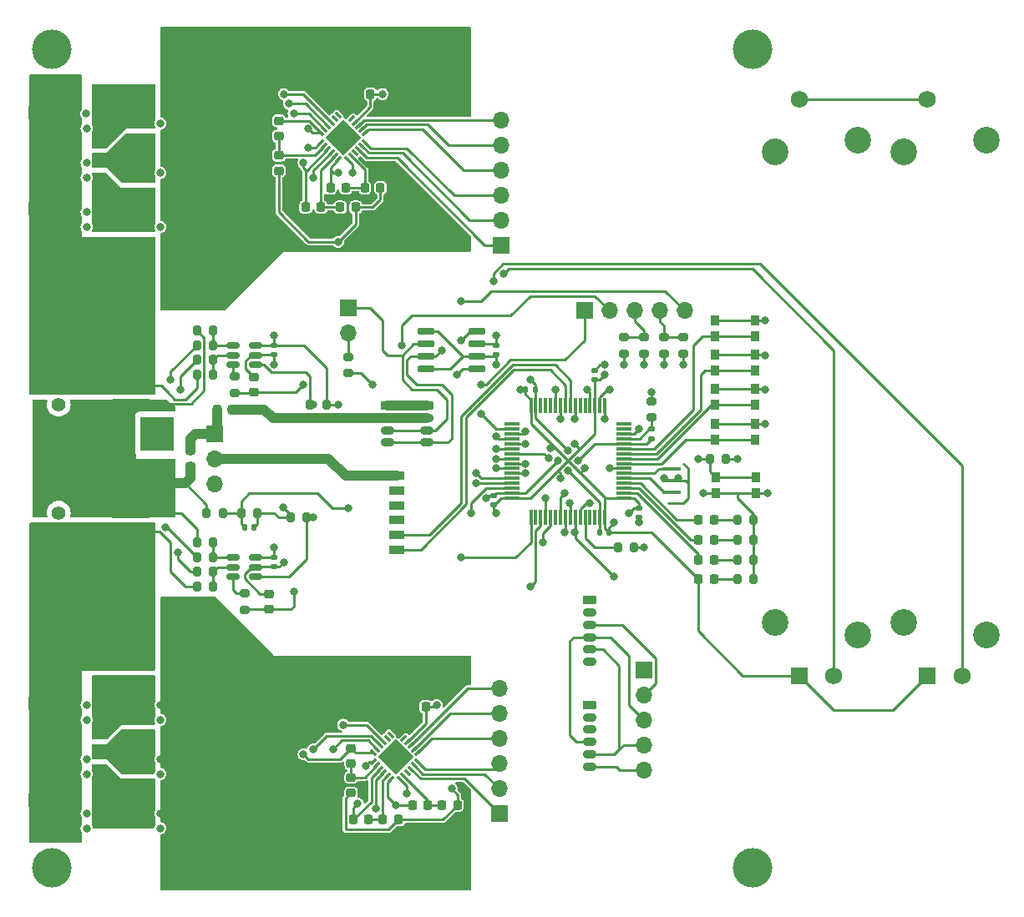
<source format=gbr>
%TF.GenerationSoftware,KiCad,Pcbnew,(6.0.5)*%
%TF.CreationDate,2022-08-05T23:54:08+09:00*%
%TF.ProjectId,ORION_VV_driver_v1,4f52494f-4e5f-4565-965f-647269766572,rev?*%
%TF.SameCoordinates,Original*%
%TF.FileFunction,Copper,L1,Top*%
%TF.FilePolarity,Positive*%
%FSLAX46Y46*%
G04 Gerber Fmt 4.6, Leading zero omitted, Abs format (unit mm)*
G04 Created by KiCad (PCBNEW (6.0.5)) date 2022-08-05 23:54:08*
%MOMM*%
%LPD*%
G01*
G04 APERTURE LIST*
G04 Aperture macros list*
%AMRoundRect*
0 Rectangle with rounded corners*
0 $1 Rounding radius*
0 $2 $3 $4 $5 $6 $7 $8 $9 X,Y pos of 4 corners*
0 Add a 4 corners polygon primitive as box body*
4,1,4,$2,$3,$4,$5,$6,$7,$8,$9,$2,$3,0*
0 Add four circle primitives for the rounded corners*
1,1,$1+$1,$2,$3*
1,1,$1+$1,$4,$5*
1,1,$1+$1,$6,$7*
1,1,$1+$1,$8,$9*
0 Add four rect primitives between the rounded corners*
20,1,$1+$1,$2,$3,$4,$5,0*
20,1,$1+$1,$4,$5,$6,$7,0*
20,1,$1+$1,$6,$7,$8,$9,0*
20,1,$1+$1,$8,$9,$2,$3,0*%
%AMRotRect*
0 Rectangle, with rotation*
0 The origin of the aperture is its center*
0 $1 length*
0 $2 width*
0 $3 Rotation angle, in degrees counterclockwise*
0 Add horizontal line*
21,1,$1,$2,0,0,$3*%
G04 Aperture macros list end*
%TA.AperFunction,SMDPad,CuDef*%
%ADD10RoundRect,0.140000X-0.170000X0.140000X-0.170000X-0.140000X0.170000X-0.140000X0.170000X0.140000X0*%
%TD*%
%TA.AperFunction,SMDPad,CuDef*%
%ADD11RoundRect,0.200000X-0.275000X0.200000X-0.275000X-0.200000X0.275000X-0.200000X0.275000X0.200000X0*%
%TD*%
%TA.AperFunction,ComponentPad*%
%ADD12RoundRect,0.225000X-0.475000X0.225000X-0.475000X-0.225000X0.475000X-0.225000X0.475000X0.225000X0*%
%TD*%
%TA.AperFunction,ComponentPad*%
%ADD13O,1.400000X0.900000*%
%TD*%
%TA.AperFunction,SMDPad,CuDef*%
%ADD14RoundRect,0.200000X-0.200000X-0.275000X0.200000X-0.275000X0.200000X0.275000X-0.200000X0.275000X0*%
%TD*%
%TA.AperFunction,SMDPad,CuDef*%
%ADD15RoundRect,0.225000X-0.250000X0.225000X-0.250000X-0.225000X0.250000X-0.225000X0.250000X0.225000X0*%
%TD*%
%TA.AperFunction,SMDPad,CuDef*%
%ADD16RoundRect,0.200000X0.200000X0.275000X-0.200000X0.275000X-0.200000X-0.275000X0.200000X-0.275000X0*%
%TD*%
%TA.AperFunction,SMDPad,CuDef*%
%ADD17RoundRect,0.200000X0.275000X-0.200000X0.275000X0.200000X-0.275000X0.200000X-0.275000X-0.200000X0*%
%TD*%
%TA.AperFunction,SMDPad,CuDef*%
%ADD18RoundRect,0.218750X0.218750X0.256250X-0.218750X0.256250X-0.218750X-0.256250X0.218750X-0.256250X0*%
%TD*%
%TA.AperFunction,SMDPad,CuDef*%
%ADD19RoundRect,0.225000X-0.225000X-0.250000X0.225000X-0.250000X0.225000X0.250000X-0.225000X0.250000X0*%
%TD*%
%TA.AperFunction,SMDPad,CuDef*%
%ADD20R,0.900000X1.000000*%
%TD*%
%TA.AperFunction,ComponentPad*%
%ADD21R,1.750000X1.750000*%
%TD*%
%TA.AperFunction,ComponentPad*%
%ADD22C,1.750000*%
%TD*%
%TA.AperFunction,ComponentPad*%
%ADD23C,2.700000*%
%TD*%
%TA.AperFunction,ComponentPad*%
%ADD24R,1.700000X1.700000*%
%TD*%
%TA.AperFunction,ComponentPad*%
%ADD25O,1.700000X1.700000*%
%TD*%
%TA.AperFunction,SMDPad,CuDef*%
%ADD26RoundRect,0.250000X1.775000X-0.262500X1.775000X0.262500X-1.775000X0.262500X-1.775000X-0.262500X0*%
%TD*%
%TA.AperFunction,SMDPad,CuDef*%
%ADD27RoundRect,0.140000X0.140000X0.170000X-0.140000X0.170000X-0.140000X-0.170000X0.140000X-0.170000X0*%
%TD*%
%TA.AperFunction,SMDPad,CuDef*%
%ADD28RoundRect,0.140000X0.170000X-0.140000X0.170000X0.140000X-0.170000X0.140000X-0.170000X-0.140000X0*%
%TD*%
%TA.AperFunction,SMDPad,CuDef*%
%ADD29RoundRect,0.150000X0.725000X0.150000X-0.725000X0.150000X-0.725000X-0.150000X0.725000X-0.150000X0*%
%TD*%
%TA.AperFunction,SMDPad,CuDef*%
%ADD30RoundRect,0.218750X-0.218750X-0.256250X0.218750X-0.256250X0.218750X0.256250X-0.218750X0.256250X0*%
%TD*%
%TA.AperFunction,SMDPad,CuDef*%
%ADD31RoundRect,0.218750X-0.256250X0.218750X-0.256250X-0.218750X0.256250X-0.218750X0.256250X0.218750X0*%
%TD*%
%TA.AperFunction,SMDPad,CuDef*%
%ADD32R,1.450000X1.100000*%
%TD*%
%TA.AperFunction,SMDPad,CuDef*%
%ADD33R,2.899999X1.350000*%
%TD*%
%TA.AperFunction,SMDPad,CuDef*%
%ADD34RoundRect,0.062500X0.203293X0.291682X-0.291682X-0.203293X-0.203293X-0.291682X0.291682X0.203293X0*%
%TD*%
%TA.AperFunction,SMDPad,CuDef*%
%ADD35RoundRect,0.062500X-0.203293X0.291682X-0.291682X0.203293X0.203293X-0.291682X0.291682X-0.203293X0*%
%TD*%
%TA.AperFunction,ComponentPad*%
%ADD36C,0.500000*%
%TD*%
%TA.AperFunction,ComponentPad*%
%ADD37C,2.000000*%
%TD*%
%TA.AperFunction,SMDPad,CuDef*%
%ADD38RotRect,2.600000X2.600000X225.000000*%
%TD*%
%TA.AperFunction,SMDPad,CuDef*%
%ADD39RoundRect,0.150000X0.512500X0.150000X-0.512500X0.150000X-0.512500X-0.150000X0.512500X-0.150000X0*%
%TD*%
%TA.AperFunction,ComponentPad*%
%ADD40C,1.400000*%
%TD*%
%TA.AperFunction,ComponentPad*%
%ADD41R,3.500000X3.500000*%
%TD*%
%TA.AperFunction,ComponentPad*%
%ADD42C,3.500000*%
%TD*%
%TA.AperFunction,SMDPad,CuDef*%
%ADD43RoundRect,0.140000X-0.140000X-0.170000X0.140000X-0.170000X0.140000X0.170000X-0.140000X0.170000X0*%
%TD*%
%TA.AperFunction,SMDPad,CuDef*%
%ADD44R,1.900000X0.400000*%
%TD*%
%TA.AperFunction,SMDPad,CuDef*%
%ADD45RoundRect,0.250000X-1.775000X0.262500X-1.775000X-0.262500X1.775000X-0.262500X1.775000X0.262500X0*%
%TD*%
%TA.AperFunction,SMDPad,CuDef*%
%ADD46RoundRect,0.075000X0.700000X0.075000X-0.700000X0.075000X-0.700000X-0.075000X0.700000X-0.075000X0*%
%TD*%
%TA.AperFunction,SMDPad,CuDef*%
%ADD47RoundRect,0.075000X0.075000X0.700000X-0.075000X0.700000X-0.075000X-0.700000X0.075000X-0.700000X0*%
%TD*%
%TA.AperFunction,ComponentPad*%
%ADD48RoundRect,0.225000X-0.575000X0.225000X-0.575000X-0.225000X0.575000X-0.225000X0.575000X0.225000X0*%
%TD*%
%TA.AperFunction,ViaPad*%
%ADD49C,4.000000*%
%TD*%
%TA.AperFunction,ViaPad*%
%ADD50C,0.800000*%
%TD*%
%TA.AperFunction,Conductor*%
%ADD51C,0.250000*%
%TD*%
%TA.AperFunction,Conductor*%
%ADD52C,1.000000*%
%TD*%
G04 APERTURE END LIST*
D10*
%TO.P,C7,1*%
%TO.N,GND*%
X62300201Y-68730000D03*
%TO.P,C7,2*%
%TO.N,+3V3*%
X62300201Y-69690000D03*
%TD*%
D11*
%TO.P,FB1,1*%
%TO.N,+3V3*%
X78250000Y-59175000D03*
%TO.P,FB1,2*%
%TO.N,Net-(C11-Pad2)*%
X78250000Y-60825000D03*
%TD*%
D12*
%TO.P,J2,1,Pin_1*%
%TO.N,GND*%
X51500000Y-59625000D03*
D13*
%TO.P,J2,2,Pin_2*%
%TO.N,+5V*%
X51500000Y-60875000D03*
%TO.P,J2,3,Pin_3*%
%TO.N,/CAN_L*%
X51500000Y-62125000D03*
%TO.P,J2,4,Pin_4*%
%TO.N,/CAN_H*%
X51500000Y-63375000D03*
%TD*%
D14*
%TO.P,R5,1*%
%TO.N,/NRST*%
X84175000Y-65000000D03*
%TO.P,R5,2*%
%TO.N,+3V3*%
X85825000Y-65000000D03*
%TD*%
%TO.P,R10,1*%
%TO.N,+BATT*%
X33175000Y-70500000D03*
%TO.P,R10,2*%
%TO.N,/BATT_V_SENS*%
X34825000Y-70500000D03*
%TD*%
D15*
%TO.P,C22,1*%
%TO.N,/M0_U*%
X40500000Y-30725000D03*
%TO.P,C22,2*%
%TO.N,Net-(C22-Pad2)*%
X40500000Y-32275000D03*
%TD*%
D12*
%TO.P,J6,1,Pin_1*%
%TO.N,GND*%
X72000000Y-79375000D03*
D13*
%TO.P,J6,2,Pin_2*%
%TO.N,+3V3*%
X72000000Y-80625000D03*
%TO.P,J6,3,Pin_3*%
%TO.N,/NSS_ENC1*%
X72000000Y-81875000D03*
%TO.P,J6,4,Pin_4*%
%TO.N,/SPI_CLK*%
X72000000Y-83125000D03*
%TO.P,J6,5,Pin_5*%
%TO.N,/SPI_MISO*%
X72000000Y-84375000D03*
%TO.P,J6,6,Pin_6*%
%TO.N,/SPI_MOSI*%
X72000000Y-85625000D03*
%TD*%
D16*
%TO.P,R2,1*%
%TO.N,GND*%
X88625201Y-73210000D03*
%TO.P,R2,2*%
%TO.N,Net-(D2-Pad1)*%
X86975201Y-73210000D03*
%TD*%
D17*
%TO.P,R13,1*%
%TO.N,/M0_CS*%
X36000000Y-58325000D03*
%TO.P,R13,2*%
%TO.N,Net-(R13-Pad2)*%
X36000000Y-56675000D03*
%TD*%
D18*
%TO.P,D2,1,K*%
%TO.N,Net-(D2-Pad1)*%
X84587701Y-73210000D03*
%TO.P,D2,2,A*%
%TO.N,/LED_1*%
X83012701Y-73210000D03*
%TD*%
D19*
%TO.P,C21,1*%
%TO.N,/M0_V*%
X43225000Y-39500000D03*
%TO.P,C21,2*%
%TO.N,Net-(C21-Pad2)*%
X44775000Y-39500000D03*
%TD*%
D20*
%TO.P,SW4,1,1*%
%TO.N,GND*%
X88800000Y-54450000D03*
X84700000Y-54450000D03*
%TO.P,SW4,2,2*%
%TO.N,/SW2*%
X84700000Y-56050000D03*
X88800000Y-56050000D03*
%TD*%
D21*
%TO.P,RV1,1,1*%
%TO.N,+3V3*%
X106250000Y-87020000D03*
D22*
%TO.P,RV1,2,2*%
%TO.N,/POT_0*%
X109750000Y-87020000D03*
%TO.P,RV1,3,3*%
%TO.N,GND*%
X106250000Y-28520000D03*
D23*
%TO.P,RV1,MP*%
%TO.N,N/C*%
X103800000Y-81670000D03*
X112200000Y-32670000D03*
X112200000Y-82870000D03*
X103800000Y-33870000D03*
%TD*%
D24*
%TO.P,J10,1,Pin_1*%
%TO.N,/NSS_ENC0*%
X77500000Y-86425000D03*
D25*
%TO.P,J10,2,Pin_2*%
%TO.N,/NSS_ENC1*%
X77500000Y-88965000D03*
%TO.P,J10,3,Pin_3*%
%TO.N,/SPI_CLK*%
X77500000Y-91505000D03*
%TO.P,J10,4,Pin_4*%
%TO.N,/SPI_MISO*%
X77500000Y-94045000D03*
%TO.P,J10,5,Pin_5*%
%TO.N,/SPI_MOSI*%
X77500000Y-96585000D03*
%TD*%
D14*
%TO.P,R25,1*%
%TO.N,GNDPWR*%
X32175000Y-55000000D03*
%TO.P,R25,2*%
%TO.N,/M0_CSL*%
X33825000Y-55000000D03*
%TD*%
D26*
%TO.P,R26,1*%
%TO.N,+BATT*%
X25500000Y-59437500D03*
%TO.P,R26,2*%
%TO.N,Net-(J12-Pad4)*%
X25500000Y-57562500D03*
%TD*%
D27*
%TO.P,C16,1*%
%TO.N,GND*%
X37980000Y-72000000D03*
%TO.P,C16,2*%
%TO.N,/BATT_V_SENS*%
X37020000Y-72000000D03*
%TD*%
D28*
%TO.P,C15,1*%
%TO.N,GND*%
X40000000Y-75980000D03*
%TO.P,C15,2*%
%TO.N,+3V3*%
X40000000Y-75020000D03*
%TD*%
D20*
%TO.P,SW5,1,1*%
%TO.N,GND*%
X88800000Y-50950000D03*
X84700000Y-50950000D03*
%TO.P,SW5,2,2*%
%TO.N,/SW3*%
X84700000Y-52550000D03*
X88800000Y-52550000D03*
%TD*%
D29*
%TO.P,U3,1,TXD*%
%TO.N,/CAN_TX*%
X60575000Y-55905000D03*
%TO.P,U3,2,GND*%
%TO.N,GND*%
X60575000Y-54635000D03*
%TO.P,U3,3,VDD*%
%TO.N,+3V3*%
X60575000Y-53365000D03*
%TO.P,U3,4,RXD*%
%TO.N,/CAN_RX*%
X60575000Y-52095000D03*
%TO.P,U3,5,SHDN*%
%TO.N,GND*%
X55425000Y-52095000D03*
%TO.P,U3,6,CANL*%
%TO.N,/CAN_L*%
X55425000Y-53365000D03*
%TO.P,U3,7,CANH*%
%TO.N,/CAN_H*%
X55425000Y-54635000D03*
%TO.P,U3,8,RS*%
%TO.N,GND*%
X55425000Y-55905000D03*
%TD*%
D30*
%TO.P,D13,1,K*%
%TO.N,Net-(D12-Pad1)*%
X34212500Y-60000000D03*
%TO.P,D13,2,A*%
%TO.N,+5V*%
X35787500Y-60000000D03*
%TD*%
D31*
%TO.P,D8,1,K*%
%TO.N,Net-(C19-Pad2)*%
X47825000Y-97362500D03*
%TO.P,D8,2,A*%
%TO.N,+15V*%
X47825000Y-98937500D03*
%TD*%
D32*
%TO.P,J12,1,Pin_1*%
%TO.N,/M0_U*%
X22550000Y-32771500D03*
%TO.P,J12,2,Pin_2*%
%TO.N,/M0_V*%
X22550000Y-34771501D03*
%TO.P,J12,3,Pin_3*%
%TO.N,/M0_W*%
X22550000Y-36771500D03*
D33*
%TO.P,J12,4,Pin_4*%
%TO.N,Net-(J12-Pad4)*%
X16575001Y-29876502D03*
%TO.P,J12,5,Pin_5*%
X16575001Y-39666498D03*
%TD*%
D30*
%TO.P,D10,1,K*%
%TO.N,Net-(C21-Pad2)*%
X46712500Y-39500000D03*
%TO.P,D10,2,A*%
%TO.N,+15V*%
X48287500Y-39500000D03*
%TD*%
D14*
%TO.P,R23,1*%
%TO.N,Net-(J12-Pad4)*%
X32175000Y-56500000D03*
%TO.P,R23,2*%
%TO.N,/M0_CSL*%
X33825000Y-56500000D03*
%TD*%
D24*
%TO.P,J14,1,Pin_1*%
%TO.N,Net-(D12-Pad1)*%
X34000000Y-62475000D03*
D25*
%TO.P,J14,2,Pin_2*%
%TO.N,GND*%
X34000000Y-65015000D03*
%TO.P,J14,3,Pin_3*%
%TO.N,+3V3*%
X34000000Y-67555000D03*
%TD*%
D34*
%TO.P,GD2,1,LIN1*%
%TO.N,/M0_UL*%
X49253903Y-31933103D03*
%TO.P,GD2,2,LIN2*%
%TO.N,/M0_VL*%
X48900349Y-31579550D03*
%TO.P,GD2,3,LIN3*%
%TO.N,/M0_WL*%
X48546796Y-31225996D03*
%TO.P,GD2,4,VCC*%
%TO.N,+15V*%
X48193243Y-30872443D03*
%TO.P,GD2,5,NC*%
%TO.N,unconnected-(GD2-Pad5)*%
X47839689Y-30518890D03*
%TO.P,GD2,6,COM*%
%TO.N,Net-(C13-Pad1)*%
X47486136Y-30165336D03*
D35*
%TO.P,GD2,7,NC*%
%TO.N,unconnected-(GD2-Pad7)*%
X46513864Y-30165336D03*
%TO.P,GD2,8,NC*%
%TO.N,unconnected-(GD2-Pad8)*%
X46160311Y-30518890D03*
%TO.P,GD2,9,LO3*%
%TO.N,Net-(GD2-Pad9)*%
X45806757Y-30872443D03*
%TO.P,GD2,10,LO2*%
%TO.N,Net-(GD2-Pad10)*%
X45453204Y-31225996D03*
%TO.P,GD2,11,LO1*%
%TO.N,Net-(GD2-Pad11)*%
X45099651Y-31579550D03*
%TO.P,GD2,12,VS3*%
%TO.N,/M0_U*%
X44746097Y-31933103D03*
D34*
%TO.P,GD2,13,HO3*%
%TO.N,Net-(GD2-Pad13)*%
X44746097Y-32905375D03*
%TO.P,GD2,14,VB3*%
%TO.N,Net-(C22-Pad2)*%
X45099651Y-33258928D03*
%TO.P,GD2,15,VS2*%
%TO.N,/M0_V*%
X45453204Y-33612482D03*
%TO.P,GD2,16,HO2*%
%TO.N,Net-(GD2-Pad16)*%
X45806757Y-33966035D03*
%TO.P,GD2,17,VB2*%
%TO.N,Net-(C21-Pad2)*%
X46160311Y-34319588D03*
%TO.P,GD2,18,VS1*%
%TO.N,/M0_W*%
X46513864Y-34673142D03*
D35*
%TO.P,GD2,19,HO1*%
%TO.N,Net-(GD2-Pad19)*%
X47486136Y-34673142D03*
%TO.P,GD2,20,VB1*%
%TO.N,Net-(C20-Pad2)*%
X47839689Y-34319588D03*
%TO.P,GD2,21,NC*%
%TO.N,unconnected-(GD2-Pad21)*%
X48193243Y-33966035D03*
%TO.P,GD2,22,HIN1*%
%TO.N,/M0_UH*%
X48546796Y-33612482D03*
%TO.P,GD2,23,HIN2*%
%TO.N,/M0_VH*%
X48900349Y-33258928D03*
%TO.P,GD2,24,HIN3*%
%TO.N,/M0_WH*%
X49253903Y-32905375D03*
D36*
%TO.P,GD2,25*%
%TO.N,N/C*%
X46257538Y-31676777D03*
X47000000Y-30934315D03*
X47000000Y-33904163D03*
D37*
X47000000Y-32419239D03*
D36*
X46257538Y-33161701D03*
X47742462Y-31676777D03*
X47742462Y-33161701D03*
X48484924Y-32419239D03*
X45515076Y-32419239D03*
D38*
X47000000Y-32419239D03*
%TD*%
D10*
%TO.P,C9,1*%
%TO.N,GND*%
X72500000Y-56040000D03*
%TO.P,C9,2*%
%TO.N,+3V3*%
X72500000Y-57000000D03*
%TD*%
D18*
%TO.P,D1,1,K*%
%TO.N,Net-(D1-Pad1)*%
X84587701Y-75250000D03*
%TO.P,D1,2,A*%
%TO.N,/LED_0*%
X83012701Y-75250000D03*
%TD*%
D39*
%TO.P,U5,1,REF*%
%TO.N,/3V3_HARF_REF*%
X38137500Y-76950000D03*
%TO.P,U5,2,GND*%
%TO.N,GND*%
X38137500Y-76000000D03*
%TO.P,U5,3,VDD*%
%TO.N,+3V3*%
X38137500Y-75050000D03*
%TO.P,U5,4,IN+*%
%TO.N,/M1_CSH*%
X35862500Y-75050000D03*
%TO.P,U5,5,IN-*%
%TO.N,/M1_CSL*%
X35862500Y-76000000D03*
%TO.P,U5,6,OUT*%
%TO.N,Net-(R12-Pad2)*%
X35862500Y-76950000D03*
%TD*%
D27*
%TO.P,C5,1*%
%TO.N,GND*%
X66480000Y-58000000D03*
%TO.P,C5,2*%
%TO.N,+3V3*%
X65520000Y-58000000D03*
%TD*%
D28*
%TO.P,C11,1*%
%TO.N,GND*%
X78250000Y-62980000D03*
%TO.P,C11,2*%
%TO.N,Net-(C11-Pad2)*%
X78250000Y-62020000D03*
%TD*%
D17*
%TO.P,TH2,1*%
%TO.N,+3V3*%
X77500000Y-54325000D03*
%TO.P,TH2,2*%
%TO.N,/TEMP_1*%
X77500000Y-52675000D03*
%TD*%
D40*
%TO.P,J11,*%
%TO.N,*%
X18175000Y-70500000D03*
X18175000Y-59500000D03*
D41*
%TO.P,J11,1,Pin_1*%
%TO.N,GNDPWR*%
X28175000Y-62500000D03*
D42*
%TO.P,J11,2,Pin_2*%
%TO.N,+BATT*%
X28175000Y-67500000D03*
%TD*%
D12*
%TO.P,J5,1,Pin_1*%
%TO.N,GND*%
X72000000Y-90000000D03*
D13*
%TO.P,J5,2,Pin_2*%
%TO.N,+3V3*%
X72000000Y-91250000D03*
%TO.P,J5,3,Pin_3*%
%TO.N,/NSS_ENC0*%
X72000000Y-92500000D03*
%TO.P,J5,4,Pin_4*%
%TO.N,/SPI_CLK*%
X72000000Y-93750000D03*
%TO.P,J5,5,Pin_5*%
%TO.N,/SPI_MISO*%
X72000000Y-95000000D03*
%TO.P,J5,6,Pin_6*%
%TO.N,/SPI_MOSI*%
X72000000Y-96250000D03*
%TD*%
D19*
%TO.P,C12,1*%
%TO.N,Net-(C12-Pad1)*%
X53825000Y-90150000D03*
%TO.P,C12,2*%
%TO.N,+15V*%
X55375000Y-90150000D03*
%TD*%
D43*
%TO.P,C10,1*%
%TO.N,GND*%
X73020000Y-72500000D03*
%TO.P,C10,2*%
%TO.N,+3V3*%
X73980000Y-72500000D03*
%TD*%
D30*
%TO.P,D6,1,K*%
%TO.N,Net-(C17-Pad2)*%
X57037500Y-100150000D03*
%TO.P,D6,2,A*%
%TO.N,+15V*%
X58612500Y-100150000D03*
%TD*%
D17*
%TO.P,TH1,1*%
%TO.N,+3V3*%
X79500000Y-54325000D03*
%TO.P,TH1,2*%
%TO.N,/TEMP_0*%
X79500000Y-52675000D03*
%TD*%
D16*
%TO.P,R4,1*%
%TO.N,GND*%
X88625201Y-77210000D03*
%TO.P,R4,2*%
%TO.N,Net-(D4-Pad1)*%
X86975201Y-77210000D03*
%TD*%
D20*
%TO.P,SW3,1,1*%
%TO.N,GND*%
X84700000Y-57950000D03*
X88800000Y-57950000D03*
%TO.P,SW3,2,2*%
%TO.N,/SW1*%
X84700000Y-59550000D03*
X88800000Y-59550000D03*
%TD*%
D14*
%TO.P,R24,1*%
%TO.N,Net-(C13-Pad1)*%
X32175000Y-53500000D03*
%TO.P,R24,2*%
%TO.N,/M0_CSH*%
X33825000Y-53500000D03*
%TD*%
%TO.P,R16,1*%
%TO.N,+BATT*%
X32175000Y-73500000D03*
%TO.P,R16,2*%
%TO.N,/M1_CSH*%
X33825000Y-73500000D03*
%TD*%
D16*
%TO.P,R3,1*%
%TO.N,GND*%
X88625201Y-71210000D03*
%TO.P,R3,2*%
%TO.N,Net-(D3-Pad1)*%
X86975201Y-71210000D03*
%TD*%
D15*
%TO.P,C24,1*%
%TO.N,GND*%
X38000000Y-56725000D03*
%TO.P,C24,2*%
%TO.N,/M0_CS*%
X38000000Y-58275000D03*
%TD*%
D21*
%TO.P,RV2,1,1*%
%TO.N,+3V3*%
X93250000Y-87020000D03*
D22*
%TO.P,RV2,2,2*%
%TO.N,/POT_1*%
X96750000Y-87020000D03*
%TO.P,RV2,3,3*%
%TO.N,GND*%
X93250000Y-28520000D03*
D23*
%TO.P,RV2,MP*%
%TO.N,N/C*%
X99200000Y-82870000D03*
X90800000Y-33870000D03*
X90800000Y-81670000D03*
X99200000Y-32670000D03*
%TD*%
D24*
%TO.P,J1,1,Pin_1*%
%TO.N,/CAN_L*%
X47500000Y-49725000D03*
D25*
%TO.P,J1,2,Pin_2*%
%TO.N,Net-(J1-Pad2)*%
X47500000Y-52265000D03*
%TD*%
D18*
%TO.P,D4,1,K*%
%TO.N,Net-(D4-Pad1)*%
X84587701Y-77210000D03*
%TO.P,D4,2,A*%
%TO.N,+3V3*%
X83012701Y-77210000D03*
%TD*%
D20*
%TO.P,SW1,1,1*%
%TO.N,GND*%
X88850201Y-68510000D03*
X84750201Y-68510000D03*
%TO.P,SW1,2,2*%
%TO.N,/NRST*%
X84750201Y-66910000D03*
X88850201Y-66910000D03*
%TD*%
D14*
%TO.P,R19,1*%
%TO.N,GNDPWR*%
X32175000Y-76500000D03*
%TO.P,R19,2*%
%TO.N,/M1_CSL*%
X33825000Y-76500000D03*
%TD*%
D30*
%TO.P,D7,1,K*%
%TO.N,Net-(C18-Pad2)*%
X51037500Y-101650000D03*
%TO.P,D7,2,A*%
%TO.N,+15V*%
X52612500Y-101650000D03*
%TD*%
D14*
%TO.P,R17,1*%
%TO.N,Net-(J13-Pad4)*%
X32175000Y-78000000D03*
%TO.P,R17,2*%
%TO.N,/M1_CSL*%
X33825000Y-78000000D03*
%TD*%
D24*
%TO.P,J8,1,Pin_1*%
%TO.N,/M0_UH*%
X63000000Y-43350000D03*
D25*
%TO.P,J8,2,Pin_2*%
%TO.N,/M0_VH*%
X63000000Y-40810000D03*
%TO.P,J8,3,Pin_3*%
%TO.N,/M0_WH*%
X63000000Y-38270000D03*
%TO.P,J8,4,Pin_4*%
%TO.N,/M0_UL*%
X63000000Y-35730000D03*
%TO.P,J8,5,Pin_5*%
%TO.N,/M0_VL*%
X63000000Y-33190000D03*
%TO.P,J8,6,Pin_6*%
%TO.N,/M0_WL*%
X63000000Y-30650000D03*
%TD*%
D11*
%TO.P,R15,1*%
%TO.N,/TEMP_1*%
X75500000Y-52675000D03*
%TO.P,R15,2*%
%TO.N,GND*%
X75500000Y-54325000D03*
%TD*%
D44*
%TO.P,Y1,1,1*%
%TO.N,/OSC_OUT*%
X80300201Y-66010000D03*
%TO.P,Y1,2,2*%
%TO.N,GND*%
X80300201Y-67210000D03*
%TO.P,Y1,3,3*%
%TO.N,/OSC_IN*%
X80300201Y-68410000D03*
%TD*%
D31*
%TO.P,D11,1,K*%
%TO.N,Net-(C22-Pad2)*%
X40500000Y-34212500D03*
%TO.P,D11,2,A*%
%TO.N,+15V*%
X40500000Y-35787500D03*
%TD*%
D19*
%TO.P,C20,1*%
%TO.N,/M0_W*%
X45725000Y-37500000D03*
%TO.P,C20,2*%
%TO.N,Net-(C20-Pad2)*%
X47275000Y-37500000D03*
%TD*%
D17*
%TO.P,R12,1*%
%TO.N,/M1_CS*%
X37000000Y-80325000D03*
%TO.P,R12,2*%
%TO.N,Net-(R12-Pad2)*%
X37000000Y-78675000D03*
%TD*%
D45*
%TO.P,R20,1*%
%TO.N,+BATT*%
X25500000Y-70562500D03*
%TO.P,R20,2*%
%TO.N,Net-(J13-Pad4)*%
X25500000Y-72437500D03*
%TD*%
D46*
%TO.P,U4,1,VBAT*%
%TO.N,+3V3*%
X75465201Y-69000000D03*
%TO.P,U4,2,PC13*%
%TO.N,/LED_0*%
X75465201Y-68500000D03*
%TO.P,U4,3,PC14*%
%TO.N,/LED_1*%
X75465201Y-68000000D03*
%TO.P,U4,4,PC15*%
%TO.N,/LED_2*%
X75465201Y-67500000D03*
%TO.P,U4,5,PF0*%
%TO.N,/OSC_IN*%
X75465201Y-67000000D03*
%TO.P,U4,6,PF1*%
%TO.N,/OSC_OUT*%
X75465201Y-66500000D03*
%TO.P,U4,7,NRST*%
%TO.N,/NRST*%
X75465201Y-66000000D03*
%TO.P,U4,8,PC0*%
%TO.N,/SW0*%
X75465201Y-65500000D03*
%TO.P,U4,9,PC1*%
%TO.N,/SW1*%
X75465201Y-65000000D03*
%TO.P,U4,10,PC2*%
%TO.N,/SW2*%
X75465201Y-64500000D03*
%TO.P,U4,11,PC3*%
%TO.N,/SW3*%
X75465201Y-64000000D03*
%TO.P,U4,12,VSSA*%
%TO.N,GND*%
X75465201Y-63500000D03*
%TO.P,U4,13,VDDA*%
%TO.N,Net-(C11-Pad2)*%
X75465201Y-63000000D03*
%TO.P,U4,14,PA0*%
%TO.N,/M0_CS*%
X75465201Y-62500000D03*
%TO.P,U4,15,PA1*%
%TO.N,/M0_V_CS*%
X75465201Y-62000000D03*
%TO.P,U4,16,PA2*%
%TO.N,/M0_W_CS*%
X75465201Y-61500000D03*
D47*
%TO.P,U4,17,PA3*%
%TO.N,/TEMP_0*%
X73540201Y-59575000D03*
%TO.P,U4,18,PF4*%
%TO.N,/TEMP_1*%
X73040201Y-59575000D03*
%TO.P,U4,19,VDD*%
%TO.N,+3V3*%
X72540201Y-59575000D03*
%TO.P,U4,20,PA4*%
%TO.N,/M1_CS*%
X72040201Y-59575000D03*
%TO.P,U4,21,PA5*%
%TO.N,/M1_V_CS*%
X71540201Y-59575000D03*
%TO.P,U4,22,PA6*%
%TO.N,/M1_W_CS*%
X71040201Y-59575000D03*
%TO.P,U4,23,PA7*%
%TO.N,/M0_UL*%
X70540201Y-59575000D03*
%TO.P,U4,24,PC4*%
%TO.N,/UART1_TX*%
X70040201Y-59575000D03*
%TO.P,U4,25,PC5*%
%TO.N,/UART1_RX*%
X69540201Y-59575000D03*
%TO.P,U4,26,PB0*%
%TO.N,/M0_VL*%
X69040201Y-59575000D03*
%TO.P,U4,27,PB1*%
%TO.N,/M0_WL*%
X68540201Y-59575000D03*
%TO.P,U4,28,PB2*%
%TO.N,unconnected-(U4-Pad28)*%
X68040201Y-59575000D03*
%TO.P,U4,29,PB10*%
%TO.N,unconnected-(U4-Pad29)*%
X67540201Y-59575000D03*
%TO.P,U4,30,PB11*%
%TO.N,unconnected-(U4-Pad30)*%
X67040201Y-59575000D03*
%TO.P,U4,31,VSS*%
%TO.N,GND*%
X66540201Y-59575000D03*
%TO.P,U4,32,VDD*%
%TO.N,+3V3*%
X66040201Y-59575000D03*
D46*
%TO.P,U4,33,PB12*%
%TO.N,unconnected-(U4-Pad33)*%
X64115201Y-61500000D03*
%TO.P,U4,34,PB13*%
%TO.N,/BATT_V_SENS*%
X64115201Y-62000000D03*
%TO.P,U4,35,PB14*%
%TO.N,/POT_0*%
X64115201Y-62500000D03*
%TO.P,U4,36,PB15*%
%TO.N,/POT_1*%
X64115201Y-63000000D03*
%TO.P,U4,37,PC6*%
%TO.N,/M1_UH*%
X64115201Y-63500000D03*
%TO.P,U4,38,PC7*%
%TO.N,/M1_VH*%
X64115201Y-64000000D03*
%TO.P,U4,39,PC8*%
%TO.N,/M1_WH*%
X64115201Y-64500000D03*
%TO.P,U4,40,PC9*%
%TO.N,unconnected-(U4-Pad40)*%
X64115201Y-65000000D03*
%TO.P,U4,41,PA8*%
%TO.N,/M0_UH*%
X64115201Y-65500000D03*
%TO.P,U4,42,PA9*%
%TO.N,/M0_VH*%
X64115201Y-66000000D03*
%TO.P,U4,43,PA10*%
%TO.N,/M0_WH*%
X64115201Y-66500000D03*
%TO.P,U4,44,PA11*%
%TO.N,/CAN_RX*%
X64115201Y-67000000D03*
%TO.P,U4,45,PA12*%
%TO.N,/CAN_TX*%
X64115201Y-67500000D03*
%TO.P,U4,46,PA13*%
%TO.N,/SWDIO*%
X64115201Y-68000000D03*
%TO.P,U4,47,VSS*%
%TO.N,GND*%
X64115201Y-68500000D03*
%TO.P,U4,48,VDD*%
%TO.N,+3V3*%
X64115201Y-69000000D03*
D47*
%TO.P,U4,49,PA14*%
%TO.N,/SWCLK*%
X66040201Y-70925000D03*
%TO.P,U4,50,PA15*%
%TO.N,unconnected-(U4-Pad50)*%
X66540201Y-70925000D03*
%TO.P,U4,51,PC10*%
%TO.N,/M1_UL*%
X67040201Y-70925000D03*
%TO.P,U4,52,PC11*%
%TO.N,/M1_VL*%
X67540201Y-70925000D03*
%TO.P,U4,53,PC12*%
%TO.N,/M1_WL*%
X68040201Y-70925000D03*
%TO.P,U4,54,PD2*%
%TO.N,unconnected-(U4-Pad54)*%
X68540201Y-70925000D03*
%TO.P,U4,55,PB3*%
%TO.N,/SPI_CLK*%
X69040201Y-70925000D03*
%TO.P,U4,56,PB4*%
%TO.N,/SPI_MISO*%
X69540201Y-70925000D03*
%TO.P,U4,57,PB5*%
%TO.N,/SPI_MOSI*%
X70040201Y-70925000D03*
%TO.P,U4,58,PB6*%
%TO.N,/NSS_ENC0*%
X70540201Y-70925000D03*
%TO.P,U4,59,PB7*%
%TO.N,/NSS_ENC1*%
X71040201Y-70925000D03*
%TO.P,U4,60,BOOT0*%
%TO.N,Net-(R7-Pad2)*%
X71540201Y-70925000D03*
%TO.P,U4,61,PB8*%
%TO.N,unconnected-(U4-Pad61)*%
X72040201Y-70925000D03*
%TO.P,U4,62,PB9*%
%TO.N,unconnected-(U4-Pad62)*%
X72540201Y-70925000D03*
%TO.P,U4,63,VSS*%
%TO.N,GND*%
X73040201Y-70925000D03*
%TO.P,U4,64,VDD*%
%TO.N,+3V3*%
X73540201Y-70925000D03*
%TD*%
D14*
%TO.P,R11,1*%
%TO.N,/BATT_V_SENS*%
X36675000Y-70500000D03*
%TO.P,R11,2*%
%TO.N,GND*%
X38325000Y-70500000D03*
%TD*%
D31*
%TO.P,D12,1,K*%
%TO.N,Net-(D12-Pad1)*%
X31500000Y-64212500D03*
%TO.P,D12,2,A*%
%TO.N,+BATT*%
X31500000Y-65787500D03*
%TD*%
D19*
%TO.P,C13,1*%
%TO.N,Net-(C13-Pad1)*%
X48225000Y-28000000D03*
%TO.P,C13,2*%
%TO.N,+15V*%
X49775000Y-28000000D03*
%TD*%
D24*
%TO.P,J7,1,Pin_1*%
%TO.N,/BATT_V_SENS*%
X71500000Y-50000000D03*
D25*
%TO.P,J7,2,Pin_2*%
%TO.N,/M1_CS*%
X74040000Y-50000000D03*
%TO.P,J7,3,Pin_3*%
%TO.N,/TEMP_1*%
X76580000Y-50000000D03*
%TO.P,J7,4,Pin_4*%
%TO.N,/TEMP_0*%
X79120000Y-50000000D03*
%TO.P,J7,5,Pin_5*%
%TO.N,/M0_CS*%
X81660000Y-50000000D03*
%TD*%
D17*
%TO.P,R6,1*%
%TO.N,/CAN_H*%
X47500000Y-56325000D03*
%TO.P,R6,2*%
%TO.N,Net-(J1-Pad2)*%
X47500000Y-54675000D03*
%TD*%
D34*
%TO.P,GD1,1,LIN1*%
%TO.N,/M1_UL*%
X54578903Y-94813864D03*
%TO.P,GD1,2,LIN2*%
%TO.N,/M1_VL*%
X54225349Y-94460311D03*
%TO.P,GD1,3,LIN3*%
%TO.N,/M1_WL*%
X53871796Y-94106757D03*
%TO.P,GD1,4,VCC*%
%TO.N,+15V*%
X53518243Y-93753204D03*
%TO.P,GD1,5,NC*%
%TO.N,unconnected-(GD1-Pad5)*%
X53164689Y-93399651D03*
%TO.P,GD1,6,COM*%
%TO.N,Net-(C12-Pad1)*%
X52811136Y-93046097D03*
D35*
%TO.P,GD1,7,NC*%
%TO.N,unconnected-(GD1-Pad7)*%
X51838864Y-93046097D03*
%TO.P,GD1,8,NC*%
%TO.N,unconnected-(GD1-Pad8)*%
X51485311Y-93399651D03*
%TO.P,GD1,9,LO3*%
%TO.N,Net-(GD1-Pad9)*%
X51131757Y-93753204D03*
%TO.P,GD1,10,LO2*%
%TO.N,Net-(GD1-Pad10)*%
X50778204Y-94106757D03*
%TO.P,GD1,11,LO1*%
%TO.N,Net-(GD1-Pad11)*%
X50424651Y-94460311D03*
%TO.P,GD1,12,VS3*%
%TO.N,/M1_U*%
X50071097Y-94813864D03*
D34*
%TO.P,GD1,13,HO3*%
%TO.N,Net-(GD1-Pad13)*%
X50071097Y-95786136D03*
%TO.P,GD1,14,VB3*%
%TO.N,Net-(C19-Pad2)*%
X50424651Y-96139689D03*
%TO.P,GD1,15,VS2*%
%TO.N,/M1_V*%
X50778204Y-96493243D03*
%TO.P,GD1,16,HO2*%
%TO.N,Net-(GD1-Pad16)*%
X51131757Y-96846796D03*
%TO.P,GD1,17,VB2*%
%TO.N,Net-(C18-Pad2)*%
X51485311Y-97200349D03*
%TO.P,GD1,18,VS1*%
%TO.N,/M1_W*%
X51838864Y-97553903D03*
D35*
%TO.P,GD1,19,HO1*%
%TO.N,Net-(GD1-Pad19)*%
X52811136Y-97553903D03*
%TO.P,GD1,20,VB1*%
%TO.N,Net-(C17-Pad2)*%
X53164689Y-97200349D03*
%TO.P,GD1,21,NC*%
%TO.N,unconnected-(GD1-Pad21)*%
X53518243Y-96846796D03*
%TO.P,GD1,22,HIN1*%
%TO.N,/M1_UH*%
X53871796Y-96493243D03*
%TO.P,GD1,23,HIN2*%
%TO.N,/M1_VH*%
X54225349Y-96139689D03*
%TO.P,GD1,24,HIN3*%
%TO.N,/M1_WH*%
X54578903Y-95786136D03*
D36*
%TO.P,GD1,25*%
%TO.N,N/C*%
X52325000Y-96784924D03*
X52325000Y-93815076D03*
X53067462Y-94557538D03*
D38*
X52325000Y-95300000D03*
D36*
X53067462Y-96042462D03*
X51582538Y-94557538D03*
X51582538Y-96042462D03*
D37*
X52325000Y-95300000D03*
D36*
X53809924Y-95300000D03*
X50840076Y-95300000D03*
%TD*%
D24*
%TO.P,J9,1,Pin_1*%
%TO.N,/M1_UH*%
X62825000Y-101000000D03*
D25*
%TO.P,J9,2,Pin_2*%
%TO.N,/M1_VH*%
X62825000Y-98460000D03*
%TO.P,J9,3,Pin_3*%
%TO.N,/M1_WH*%
X62825000Y-95920000D03*
%TO.P,J9,4,Pin_4*%
%TO.N,/M1_UL*%
X62825000Y-93380000D03*
%TO.P,J9,5,Pin_5*%
%TO.N,/M1_VL*%
X62825000Y-90840000D03*
%TO.P,J9,6,Pin_6*%
%TO.N,/M1_WL*%
X62825000Y-88300000D03*
%TD*%
D16*
%TO.P,R8,1*%
%TO.N,+3V3*%
X45325000Y-59500000D03*
%TO.P,R8,2*%
%TO.N,/3V3_HARF_REF*%
X43675000Y-59500000D03*
%TD*%
D12*
%TO.P,J3,1,Pin_1*%
%TO.N,GND*%
X55500000Y-59625000D03*
D13*
%TO.P,J3,2,Pin_2*%
%TO.N,+5V*%
X55500000Y-60875000D03*
%TO.P,J3,3,Pin_3*%
%TO.N,/CAN_L*%
X55500000Y-62125000D03*
%TO.P,J3,4,Pin_4*%
%TO.N,/CAN_H*%
X55500000Y-63375000D03*
%TD*%
D15*
%TO.P,C19,1*%
%TO.N,/M1_U*%
X47825000Y-94375000D03*
%TO.P,C19,2*%
%TO.N,Net-(C19-Pad2)*%
X47825000Y-95925000D03*
%TD*%
D16*
%TO.P,R9,1*%
%TO.N,/3V3_HARF_REF*%
X43325000Y-71000000D03*
%TO.P,R9,2*%
%TO.N,GND*%
X41675000Y-71000000D03*
%TD*%
%TO.P,R1,1*%
%TO.N,GND*%
X88625201Y-75250000D03*
%TO.P,R1,2*%
%TO.N,Net-(D1-Pad1)*%
X86975201Y-75250000D03*
%TD*%
D39*
%TO.P,U6,1,REF*%
%TO.N,/3V3_HARF_REF*%
X38137500Y-55450000D03*
%TO.P,U6,2,GND*%
%TO.N,GND*%
X38137500Y-54500000D03*
%TO.P,U6,3,VDD*%
%TO.N,+3V3*%
X38137500Y-53550000D03*
%TO.P,U6,4,IN+*%
%TO.N,/M0_CSH*%
X35862500Y-53550000D03*
%TO.P,U6,5,IN-*%
%TO.N,/M0_CSL*%
X35862500Y-54500000D03*
%TO.P,U6,6,OUT*%
%TO.N,Net-(R13-Pad2)*%
X35862500Y-55450000D03*
%TD*%
D18*
%TO.P,D3,1,K*%
%TO.N,Net-(D3-Pad1)*%
X84587701Y-71210000D03*
%TO.P,D3,2,A*%
%TO.N,/LED_2*%
X83012701Y-71210000D03*
%TD*%
D48*
%TO.P,J4,1,Pin_1*%
%TO.N,GND*%
X52450000Y-66750000D03*
%TO.P,J4,2,Pin_2*%
%TO.N,Net-(D5-Pad2)*%
X52450000Y-68250000D03*
%TO.P,J4,3,Pin_3*%
%TO.N,/SWDIO*%
X52450000Y-69750000D03*
%TO.P,J4,4,Pin_4*%
%TO.N,/SWCLK*%
X52450000Y-71250000D03*
%TO.P,J4,5,Pin_5*%
%TO.N,/UART1_TX*%
X52450000Y-72750000D03*
%TO.P,J4,6,Pin_6*%
%TO.N,/UART1_RX*%
X52450000Y-74250000D03*
%TD*%
D28*
%TO.P,C6,1*%
%TO.N,GND*%
X77000000Y-70980000D03*
%TO.P,C6,2*%
%TO.N,+3V3*%
X77000000Y-70020000D03*
%TD*%
%TO.P,C8,1*%
%TO.N,GND*%
X62500000Y-54480000D03*
%TO.P,C8,2*%
%TO.N,+3V3*%
X62500000Y-53520000D03*
%TD*%
D14*
%TO.P,R18,1*%
%TO.N,Net-(C12-Pad1)*%
X32175000Y-75000000D03*
%TO.P,R18,2*%
%TO.N,/M1_CSH*%
X33825000Y-75000000D03*
%TD*%
D30*
%TO.P,D9,1,K*%
%TO.N,Net-(C20-Pad2)*%
X49212500Y-37500000D03*
%TO.P,D9,2,A*%
%TO.N,+15V*%
X50787500Y-37500000D03*
%TD*%
D11*
%TO.P,R14,1*%
%TO.N,/TEMP_0*%
X81500000Y-52675000D03*
%TO.P,R14,2*%
%TO.N,GND*%
X81500000Y-54325000D03*
%TD*%
D16*
%TO.P,R7,1*%
%TO.N,GND*%
X76500000Y-74000000D03*
%TO.P,R7,2*%
%TO.N,Net-(R7-Pad2)*%
X74850000Y-74000000D03*
%TD*%
D19*
%TO.P,C18,1*%
%TO.N,/M1_V*%
X48050000Y-101650000D03*
%TO.P,C18,2*%
%TO.N,Net-(C18-Pad2)*%
X49600000Y-101650000D03*
%TD*%
D28*
%TO.P,C14,1*%
%TO.N,GND*%
X40000000Y-54480000D03*
%TO.P,C14,2*%
%TO.N,+3V3*%
X40000000Y-53520000D03*
%TD*%
D14*
%TO.P,R22,1*%
%TO.N,+BATT*%
X32175000Y-52000000D03*
%TO.P,R22,2*%
%TO.N,/M0_CSH*%
X33825000Y-52000000D03*
%TD*%
D19*
%TO.P,C17,1*%
%TO.N,/M1_W*%
X54050000Y-100150000D03*
%TO.P,C17,2*%
%TO.N,Net-(C17-Pad2)*%
X55600000Y-100150000D03*
%TD*%
D15*
%TO.P,C23,1*%
%TO.N,GND*%
X39500000Y-78725000D03*
%TO.P,C23,2*%
%TO.N,/M1_CS*%
X39500000Y-80275000D03*
%TD*%
D32*
%TO.P,J13,1,Pin_1*%
%TO.N,/M1_U*%
X22550000Y-92771500D03*
%TO.P,J13,2,Pin_2*%
%TO.N,/M1_V*%
X22550000Y-94771501D03*
%TO.P,J13,3,Pin_3*%
%TO.N,/M1_W*%
X22550000Y-96771500D03*
D33*
%TO.P,J13,4,Pin_4*%
%TO.N,Net-(J13-Pad4)*%
X16575001Y-89876502D03*
%TO.P,J13,5,Pin_5*%
X16575001Y-99666498D03*
%TD*%
D20*
%TO.P,SW2,1,1*%
%TO.N,GND*%
X88800000Y-61450000D03*
X84700000Y-61450000D03*
%TO.P,SW2,2,2*%
%TO.N,/SW0*%
X84700000Y-63050000D03*
X88800000Y-63050000D03*
%TD*%
D49*
%TO.N,*%
X88500000Y-106500000D03*
X17500000Y-23500000D03*
X88500000Y-23500000D03*
X17500000Y-106500000D03*
D50*
%TO.N,GNDPWR*%
X30500000Y-58000000D03*
X30224500Y-74500000D03*
%TO.N,+15V*%
X46500000Y-43000000D03*
X51000000Y-28000000D03*
X56500000Y-90000000D03*
X58000000Y-98500000D03*
%TO.N,/M1_W*%
X52325000Y-100150000D03*
X25500000Y-99500000D03*
X23500000Y-100500000D03*
X24500000Y-101500000D03*
X23500000Y-99500000D03*
X24500000Y-100500000D03*
X25500000Y-101500000D03*
X26500000Y-100500000D03*
X25500000Y-100500000D03*
X26500000Y-101500000D03*
X21000000Y-101000000D03*
X23500000Y-101500000D03*
X24500000Y-99500000D03*
X26500000Y-99500000D03*
%TO.N,Net-(C12-Pad1)*%
X32500000Y-88000000D03*
X30500000Y-88000000D03*
X31000000Y-85500000D03*
X30500000Y-89000000D03*
X30500000Y-93500000D03*
X30500000Y-99500000D03*
X31500000Y-95500000D03*
X33000000Y-85500000D03*
X32500000Y-94500000D03*
X29000000Y-82500000D03*
X29000000Y-83500000D03*
X33500000Y-100500000D03*
X33500000Y-88000000D03*
X34000000Y-85500000D03*
X32500000Y-90000000D03*
X29000000Y-81500000D03*
X32500000Y-93500000D03*
X28500000Y-101000000D03*
X30500000Y-90000000D03*
X31500000Y-94500000D03*
X31500000Y-100500000D03*
X29000000Y-80500000D03*
X32500000Y-95500000D03*
X33500000Y-89000000D03*
X33500000Y-90000000D03*
X33500000Y-95500000D03*
X30000000Y-85500000D03*
X31500000Y-93500000D03*
X33500000Y-94500000D03*
X29013342Y-71988744D03*
X30500000Y-94500000D03*
X28500000Y-90000000D03*
X32500000Y-99500000D03*
X32500000Y-89000000D03*
X31500000Y-99500000D03*
X31500000Y-90000000D03*
X29000000Y-85500000D03*
X33500000Y-93500000D03*
X31500000Y-88000000D03*
X32000000Y-85500000D03*
X29000000Y-84500000D03*
X28500000Y-95500000D03*
X31500000Y-89000000D03*
X30500000Y-95500000D03*
X33500000Y-99500000D03*
X30500000Y-100500000D03*
X32500000Y-100500000D03*
%TO.N,/M1_V*%
X26000000Y-94500000D03*
X24000000Y-95500000D03*
X27000000Y-93500000D03*
X25000000Y-95500000D03*
X23000000Y-94500000D03*
X22000000Y-94500000D03*
X26000000Y-93500000D03*
X48500000Y-100000000D03*
X26000000Y-95500000D03*
X26000000Y-96500000D03*
X25000000Y-94500000D03*
X24000000Y-94500000D03*
X27000000Y-94500000D03*
X21000000Y-95500000D03*
X27000000Y-95500000D03*
X25000000Y-93500000D03*
X27000000Y-96500000D03*
X25000000Y-96500000D03*
%TO.N,Net-(C13-Pad1)*%
X30500000Y-30000000D03*
X29000000Y-45500000D03*
X31500000Y-38000000D03*
X30000000Y-43500000D03*
X29000000Y-47500000D03*
X33500000Y-35000000D03*
X29000000Y-44500000D03*
X31500000Y-39000000D03*
X31500000Y-28000000D03*
X33500000Y-29000000D03*
X30500000Y-40000000D03*
X29500000Y-57000000D03*
X32500000Y-39000000D03*
X33000000Y-43500000D03*
X31000000Y-43500000D03*
X30500000Y-35000000D03*
X30500000Y-33000000D03*
X33500000Y-28000000D03*
X33500000Y-38000000D03*
X32500000Y-28000000D03*
X33500000Y-33000000D03*
X30500000Y-38000000D03*
X30500000Y-34000000D03*
X33500000Y-34000000D03*
X32500000Y-29000000D03*
X32500000Y-35000000D03*
X32500000Y-30000000D03*
X31500000Y-30000000D03*
X32500000Y-34000000D03*
X30500000Y-28000000D03*
X30500000Y-39000000D03*
X34000000Y-43500000D03*
X29000000Y-46500000D03*
X31500000Y-33000000D03*
X29000000Y-43500000D03*
X31500000Y-35000000D03*
X32500000Y-33000000D03*
X33500000Y-39000000D03*
X33500000Y-40000000D03*
X31500000Y-40000000D03*
X32000000Y-43500000D03*
X32500000Y-40000000D03*
X31500000Y-34000000D03*
X33500000Y-30000000D03*
X30500000Y-29000000D03*
X29000000Y-48500000D03*
X32500000Y-38000000D03*
X31500000Y-29000000D03*
%TO.N,/M1_U*%
X23500000Y-90500000D03*
X26500000Y-90500000D03*
X25500000Y-88500000D03*
X26500000Y-88500000D03*
X25500000Y-89500000D03*
X21000000Y-90000000D03*
X25500000Y-90500000D03*
X23500000Y-88500000D03*
X24500000Y-89500000D03*
X26500000Y-89500000D03*
X24500000Y-90500000D03*
X43000000Y-95000000D03*
X23500000Y-89500000D03*
X24500000Y-88500000D03*
%TO.N,/M0_W*%
X24500000Y-40500000D03*
X46500000Y-36000000D03*
X26500000Y-38500000D03*
X24500000Y-39500000D03*
X21000000Y-40000000D03*
X26500000Y-39500000D03*
X25500000Y-39500000D03*
X25500000Y-38500000D03*
X23500000Y-38500000D03*
X26500000Y-40500000D03*
X23500000Y-39500000D03*
X25500000Y-40500000D03*
X24500000Y-38500000D03*
X23500000Y-40500000D03*
%TO.N,/M0_V*%
X26500000Y-34500000D03*
X22500000Y-34500000D03*
X27500000Y-34500000D03*
X23500000Y-34500000D03*
X24500000Y-35500000D03*
X27500000Y-33500000D03*
X26500000Y-33500000D03*
X24500000Y-33500000D03*
X21000000Y-35000000D03*
X24500000Y-34500000D03*
X25500000Y-34500000D03*
X25500000Y-33500000D03*
X43000000Y-35000000D03*
X25500000Y-35500000D03*
X26500000Y-35500000D03*
X27500000Y-35500000D03*
%TO.N,/M1_UL*%
X66000000Y-78000000D03*
%TO.N,/M1_VL*%
X67500000Y-69000000D03*
%TO.N,/M1_WL*%
X67224500Y-73500000D03*
%TO.N,Net-(GD1-Pad9)*%
X47000000Y-92000000D03*
X28500000Y-91500000D03*
%TO.N,Net-(GD1-Pad10)*%
X28500000Y-97000000D03*
X44000000Y-94500000D03*
%TO.N,Net-(GD1-Pad11)*%
X46000000Y-94500000D03*
X28500000Y-102500000D03*
%TO.N,Net-(GD1-Pad13)*%
X21000000Y-91500000D03*
X49325000Y-96150000D03*
%TO.N,Net-(GD1-Pad16)*%
X50313000Y-100500000D03*
X21000000Y-97000000D03*
%TO.N,Net-(GD1-Pad19)*%
X53500000Y-99000000D03*
X21000000Y-102500000D03*
%TO.N,/M1_UH*%
X65500000Y-63500000D03*
%TO.N,/M1_VH*%
X62500000Y-64000000D03*
%TO.N,/M1_WH*%
X67815303Y-64932819D03*
%TO.N,/M0_UL*%
X70500000Y-61000000D03*
%TO.N,/M0_VL*%
X69000000Y-61000000D03*
%TO.N,/M0_WL*%
X68500000Y-58000000D03*
%TO.N,Net-(GD2-Pad9)*%
X41000000Y-28000000D03*
X28500000Y-31000000D03*
%TO.N,Net-(GD2-Pad10)*%
X28487714Y-36024100D03*
X41500000Y-29000000D03*
%TO.N,Net-(GD2-Pad11)*%
X28500000Y-41500000D03*
X42000000Y-30000000D03*
%TO.N,Net-(GD2-Pad13)*%
X43500000Y-33488000D03*
X21000000Y-31500000D03*
%TO.N,Net-(GD2-Pad16)*%
X44000000Y-36500000D03*
X21000000Y-36500000D03*
%TO.N,Net-(GD2-Pad19)*%
X48000000Y-36000000D03*
X21000000Y-41500000D03*
%TO.N,/M0_UH*%
X65500000Y-65500000D03*
%TO.N,/M0_VH*%
X62500000Y-66000000D03*
%TO.N,/M0_WH*%
X65500000Y-66500000D03*
%TO.N,/M0_U*%
X20938942Y-30000000D03*
X25500000Y-28000000D03*
X26500000Y-28000000D03*
X25500000Y-30000000D03*
X23500000Y-28000000D03*
X23500000Y-30000000D03*
X24500000Y-29000000D03*
X25500000Y-29000000D03*
X26500000Y-30000000D03*
X24500000Y-30000000D03*
X24500000Y-28000000D03*
X23500000Y-29000000D03*
X26500000Y-29000000D03*
X43500000Y-31500000D03*
%TO.N,/POT_0*%
X65500000Y-62250000D03*
X62250000Y-47000000D03*
%TO.N,/POT_1*%
X63250000Y-46250000D03*
X62500000Y-62750000D03*
%TO.N,/M1_CS*%
X52987701Y-53487701D03*
X42000000Y-78500000D03*
X71789684Y-58000000D03*
%TO.N,/M0_CS*%
X77012299Y-62012299D03*
X59000000Y-49000000D03*
X42950500Y-57500000D03*
%TO.N,unconnected-(U4-Pad40)*%
X62500000Y-65000000D03*
%TO.N,/CAN_H*%
X57000000Y-54000000D03*
X50000000Y-57500000D03*
%TO.N,/SWDIO*%
X60000000Y-70500000D03*
%TO.N,/SWCLK*%
X59000000Y-75000000D03*
%TO.N,/NSS_ENC0*%
X70500000Y-72500000D03*
X74500000Y-77000000D03*
%TO.N,/NRST*%
X83000000Y-65000000D03*
X74000000Y-66000000D03*
%TO.N,+3V3*%
X79500000Y-55500000D03*
X87000000Y-65000000D03*
X73500000Y-56500000D03*
X74500000Y-71500000D03*
X62500000Y-70500000D03*
X77500000Y-55500000D03*
X40000000Y-74000000D03*
X40000000Y-52500000D03*
X70514263Y-63486030D03*
X78250000Y-58250000D03*
X71500000Y-66000000D03*
X76000000Y-70500000D03*
X69000000Y-67000000D03*
X46500000Y-59500000D03*
X65000000Y-58000000D03*
X62500000Y-52500000D03*
X68009434Y-63952351D03*
%TO.N,GND*%
X62481551Y-55493850D03*
X70824799Y-65210000D03*
X89750000Y-51000000D03*
X83500000Y-68500000D03*
X69800201Y-66234598D03*
X69800201Y-64185402D03*
X89750000Y-54500000D03*
X73500000Y-55500000D03*
X66000000Y-57000000D03*
X81500000Y-55500000D03*
X89750000Y-58000000D03*
X40012299Y-55487701D03*
X77500000Y-74000000D03*
X75500000Y-55500000D03*
X81000000Y-67000000D03*
X89750000Y-61500000D03*
X61512299Y-69012299D03*
X77000000Y-71500000D03*
X68775603Y-65210000D03*
X79500000Y-67000000D03*
X40972536Y-69972536D03*
X41000000Y-75500000D03*
X90000000Y-68500000D03*
%TO.N,/TEMP_0*%
X73500000Y-61000000D03*
%TO.N,/BATT_V_SENS*%
X61000000Y-57500000D03*
X61000000Y-60500000D03*
X47500000Y-70000000D03*
%TO.N,/SPI_CLK*%
X69500000Y-68500000D03*
%TO.N,/SPI_MISO*%
X69500000Y-72500000D03*
%TO.N,/SPI_MOSI*%
X70000000Y-69500000D03*
%TO.N,/NSS_ENC1*%
X72000000Y-69500000D03*
%TO.N,/CAN_TX*%
X58500000Y-56500000D03*
X60500000Y-67500000D03*
%TO.N,/CAN_RX*%
X59000000Y-53000000D03*
X60512299Y-66487701D03*
%TO.N,/TEMP_1*%
X74000000Y-58000000D03*
%TO.N,Net-(J12-Pad4)*%
X16000000Y-52000000D03*
X19000000Y-26500000D03*
X18000000Y-42000000D03*
X16000000Y-57000000D03*
X19000000Y-32000000D03*
X18000000Y-26500000D03*
X16000000Y-32000000D03*
X20000000Y-26500000D03*
X16000000Y-47000000D03*
X16000000Y-43000000D03*
X16000000Y-48000000D03*
X17000000Y-42000000D03*
X16000000Y-50000000D03*
X20000000Y-42000000D03*
X16000000Y-54000000D03*
X20000000Y-37000000D03*
X18000000Y-32000000D03*
X20000000Y-32000000D03*
X17000000Y-32000000D03*
X16000000Y-55000000D03*
X18000000Y-37000000D03*
X17000000Y-37000000D03*
X17000000Y-26500000D03*
X19000000Y-42000000D03*
X16000000Y-58000000D03*
X16000000Y-42000000D03*
X16000000Y-51000000D03*
X16000000Y-53000000D03*
X16000000Y-46000000D03*
X16000000Y-45000000D03*
X16000000Y-26500000D03*
X16000000Y-49000000D03*
X19000000Y-37000000D03*
X16000000Y-56000000D03*
X16000000Y-44000000D03*
X16000000Y-37000000D03*
%TO.N,Net-(J13-Pad4)*%
X16000000Y-78500000D03*
X17000000Y-86500000D03*
X19000000Y-86500000D03*
X18000000Y-92000000D03*
X17000000Y-103500000D03*
X16000000Y-80500000D03*
X16000000Y-85500000D03*
X18000000Y-97500000D03*
X16000000Y-97500000D03*
X16000000Y-103500000D03*
X17000000Y-92000000D03*
X19000000Y-92000000D03*
X18000000Y-103500000D03*
X20000000Y-103500000D03*
X16000000Y-83500000D03*
X16000000Y-84500000D03*
X16000000Y-81500000D03*
X18000000Y-86500000D03*
X16000000Y-79500000D03*
X16000000Y-82500000D03*
X16000000Y-86500000D03*
X16000000Y-76500000D03*
X19000000Y-97500000D03*
X16000000Y-92000000D03*
X16000000Y-77500000D03*
X16000000Y-75500000D03*
X17000000Y-97500000D03*
X16000000Y-73500000D03*
X16000000Y-72500000D03*
X19000000Y-103500000D03*
X16000000Y-74500000D03*
%TO.N,/3V3_HARF_REF*%
X44000000Y-71000000D03*
X44000000Y-59500000D03*
%TD*%
D51*
%TO.N,GNDPWR*%
X30500000Y-58000000D02*
X30500000Y-56675000D01*
X31500000Y-76500000D02*
X32175000Y-76500000D01*
X30224500Y-75224500D02*
X31500000Y-76500000D01*
X30500000Y-56675000D02*
X32175000Y-55000000D01*
X30224500Y-74500000D02*
X30224500Y-75224500D01*
%TO.N,+15V*%
X58000000Y-98500000D02*
X58612500Y-99112500D01*
X46500000Y-43000000D02*
X48287500Y-41212500D01*
X49775000Y-28000000D02*
X51000000Y-28000000D01*
X58612500Y-99112500D02*
X58612500Y-100150000D01*
X47325000Y-102650000D02*
X51612500Y-102650000D01*
X47825000Y-98937500D02*
X47275480Y-99487020D01*
X55375000Y-90150000D02*
X55375000Y-91896447D01*
X56350000Y-90150000D02*
X56500000Y-90000000D01*
X58612500Y-100150000D02*
X57112500Y-101650000D01*
X51612500Y-102650000D02*
X52612500Y-101650000D01*
X47275480Y-99487020D02*
X47275480Y-102600480D01*
X47275480Y-102600480D02*
X47325000Y-102650000D01*
X49775000Y-28000000D02*
X49775000Y-29290686D01*
X46500000Y-43000000D02*
X43500000Y-43000000D01*
X55375000Y-90150000D02*
X56350000Y-90150000D01*
X40500000Y-40000000D02*
X40500000Y-35787500D01*
X43500000Y-43000000D02*
X40500000Y-40000000D01*
X48287500Y-41212500D02*
X48287500Y-39500000D01*
X50787500Y-38712500D02*
X50000000Y-39500000D01*
X50000000Y-39500000D02*
X48287500Y-39500000D01*
X49775000Y-29290686D02*
X48193243Y-30872443D01*
X50787500Y-37500000D02*
X50787500Y-38712500D01*
X57112500Y-101650000D02*
X52612500Y-101650000D01*
X55375000Y-91896447D02*
X53518243Y-93753204D01*
D52*
%TO.N,+5V*%
X39875000Y-60875000D02*
X39000000Y-60000000D01*
X39000000Y-60000000D02*
X35787500Y-60000000D01*
X55500000Y-60875000D02*
X51500000Y-60875000D01*
X51500000Y-60875000D02*
X39875000Y-60875000D01*
D51*
%TO.N,Net-(C11-Pad2)*%
X77049212Y-63000000D02*
X78029212Y-62020000D01*
X78250000Y-60825000D02*
X78250000Y-62020000D01*
X78029212Y-62020000D02*
X78250000Y-62020000D01*
X75465201Y-63000000D02*
X77049212Y-63000000D01*
%TO.N,/M1_W*%
X51487020Y-99312020D02*
X51487020Y-97905747D01*
X51487020Y-97905747D02*
X51838864Y-97553903D01*
X54050000Y-100150000D02*
X52325000Y-100150000D01*
X52325000Y-100150000D02*
X51487020Y-99312020D01*
%TO.N,Net-(C12-Pad1)*%
X53825000Y-92032233D02*
X52811136Y-93046097D01*
D52*
X53825000Y-90150000D02*
X44650000Y-90150000D01*
D51*
X53825000Y-90150000D02*
X53825000Y-92032233D01*
D52*
X44650000Y-90150000D02*
X43500000Y-89000000D01*
D51*
X29163744Y-71988744D02*
X29013342Y-71988744D01*
X32175000Y-75000000D02*
X29163744Y-71988744D01*
D52*
X43500000Y-89000000D02*
X33500000Y-89000000D01*
D51*
%TO.N,/M1_V*%
X49863480Y-99836520D02*
X49863480Y-97407967D01*
X48050000Y-100450000D02*
X48050000Y-101650000D01*
X48050000Y-101650000D02*
X49863480Y-99836520D01*
X48500000Y-100000000D02*
X48050000Y-100450000D01*
X49863480Y-97407967D02*
X50778204Y-96493243D01*
%TO.N,Net-(C13-Pad1)*%
X48225000Y-29426472D02*
X47486136Y-30165336D01*
D52*
X45500000Y-28000000D02*
X44000000Y-26500000D01*
D51*
X48225000Y-28000000D02*
X48225000Y-29426472D01*
D52*
X48225000Y-28000000D02*
X45500000Y-28000000D01*
X38500000Y-26500000D02*
X36000000Y-29000000D01*
D51*
X29500000Y-57000000D02*
X29500000Y-56175000D01*
D52*
X36000000Y-29000000D02*
X33500000Y-29000000D01*
D51*
X29500000Y-56175000D02*
X32175000Y-53500000D01*
D52*
X44000000Y-26500000D02*
X38500000Y-26500000D01*
D51*
%TO.N,/M1_U*%
X43000000Y-95000000D02*
X43500000Y-95500000D01*
X48263864Y-94813864D02*
X47825000Y-94375000D01*
X46700000Y-95500000D02*
X47825000Y-94375000D01*
X50071097Y-94813864D02*
X48263864Y-94813864D01*
X43500000Y-95500000D02*
X46700000Y-95500000D01*
%TO.N,Net-(C18-Pad2)*%
X51037500Y-97648160D02*
X51485311Y-97200349D01*
X51037500Y-101650000D02*
X51037500Y-97648160D01*
X49600000Y-101650000D02*
X51037500Y-101650000D01*
%TO.N,/M0_W*%
X46000000Y-36000000D02*
X46500000Y-36000000D01*
X45725000Y-35462006D02*
X46513864Y-34673142D01*
X45725000Y-35725000D02*
X46000000Y-36000000D01*
X45725000Y-37500000D02*
X45725000Y-35725000D01*
X45725000Y-35725000D02*
X45725000Y-35462006D01*
%TO.N,Net-(C21-Pad2)*%
X44775000Y-35704899D02*
X44775000Y-39500000D01*
X46712500Y-39500000D02*
X44775000Y-39500000D01*
X46160311Y-34319588D02*
X44775000Y-35704899D01*
%TO.N,/M0_V*%
X43282843Y-35782843D02*
X45453204Y-33612482D01*
X43282843Y-35782843D02*
X43000000Y-35500000D01*
X43000000Y-35500000D02*
X43000000Y-35000000D01*
X43225000Y-35840686D02*
X43282843Y-35782843D01*
X43225000Y-39500000D02*
X43225000Y-35840686D01*
%TO.N,Net-(C22-Pad2)*%
X40500000Y-32275000D02*
X40500000Y-34212500D01*
X45099651Y-33258928D02*
X44146079Y-34212500D01*
X44146079Y-34212500D02*
X40500000Y-34212500D01*
%TO.N,/M1_UL*%
X54578903Y-94813864D02*
X56012767Y-93380000D01*
X67040201Y-71765006D02*
X67040201Y-70925000D01*
X66500000Y-77500000D02*
X66500000Y-72305207D01*
X66000000Y-78000000D02*
X66500000Y-77500000D01*
X66500000Y-72305207D02*
X67040201Y-71765006D01*
X56012767Y-93380000D02*
X62825000Y-93380000D01*
%TO.N,/M1_VL*%
X67540201Y-69040201D02*
X67540201Y-70925000D01*
X62825000Y-90840000D02*
X57845660Y-90840000D01*
X57845660Y-90840000D02*
X54225349Y-94460311D01*
X67500000Y-69000000D02*
X67540201Y-69040201D01*
%TO.N,/M1_WL*%
X67224500Y-73500000D02*
X67224500Y-72580707D01*
X53871796Y-94103204D02*
X59675000Y-88300000D01*
X68040201Y-71765006D02*
X68040201Y-70925000D01*
X67224500Y-72580707D02*
X68040201Y-71765006D01*
X59675000Y-88300000D02*
X62825000Y-88300000D01*
X53871796Y-94106757D02*
X53871796Y-94103204D01*
%TO.N,Net-(GD1-Pad9)*%
X49378553Y-92000000D02*
X51131757Y-93753204D01*
X47000000Y-92000000D02*
X49378553Y-92000000D01*
%TO.N,Net-(GD1-Pad10)*%
X44000000Y-94500000D02*
X45349040Y-93150960D01*
X45349040Y-93150960D02*
X49822407Y-93150960D01*
X49822407Y-93150960D02*
X50778204Y-94106757D01*
%TO.N,Net-(GD1-Pad11)*%
X46000000Y-94500000D02*
X46899520Y-93600480D01*
X46899520Y-93600480D02*
X49564820Y-93600480D01*
X49564820Y-93600480D02*
X50424651Y-94460311D01*
%TO.N,Net-(GD1-Pad13)*%
X50071097Y-95786136D02*
X49688864Y-95786136D01*
X49688864Y-95786136D02*
X49325000Y-96150000D01*
%TO.N,Net-(GD1-Pad16)*%
X50313000Y-97665553D02*
X51131757Y-96846796D01*
X50313000Y-100500000D02*
X50313000Y-97665553D01*
%TO.N,Net-(GD1-Pad19)*%
X53500000Y-98242767D02*
X52811136Y-97553903D01*
X53500000Y-99000000D02*
X53500000Y-98242767D01*
%TO.N,/M1_UH*%
X62825000Y-101000000D02*
X59325000Y-97500000D01*
X59325000Y-97500000D02*
X54878553Y-97500000D01*
X64115201Y-63500000D02*
X65500000Y-63500000D01*
X54878553Y-97500000D02*
X53871796Y-96493243D01*
%TO.N,/M1_VH*%
X64115201Y-64000000D02*
X62500000Y-64000000D01*
X54225349Y-96139689D02*
X55085660Y-97000000D01*
X61365000Y-97000000D02*
X62825000Y-98460000D01*
X55085660Y-97000000D02*
X61365000Y-97000000D01*
%TO.N,/M1_WH*%
X55292767Y-96500000D02*
X54578903Y-95786136D01*
X67382484Y-64500000D02*
X64115201Y-64500000D01*
X62245000Y-96500000D02*
X55292767Y-96500000D01*
X67815303Y-64932819D02*
X67382484Y-64500000D01*
X62825000Y-95920000D02*
X62245000Y-96500000D01*
%TO.N,/M0_UL*%
X49253903Y-31933103D02*
X49637966Y-31549040D01*
X70540201Y-60959799D02*
X70500000Y-61000000D01*
X59230000Y-35730000D02*
X63000000Y-35730000D01*
X49637966Y-31549040D02*
X55049040Y-31549040D01*
X55049040Y-31549040D02*
X59230000Y-35730000D01*
X70540201Y-59575000D02*
X70540201Y-60959799D01*
%TO.N,/M0_VL*%
X69040201Y-60959799D02*
X69000000Y-61000000D01*
X69040201Y-59575000D02*
X69040201Y-60959799D01*
X57690000Y-33190000D02*
X55599520Y-31099520D01*
X63000000Y-33190000D02*
X57690000Y-33190000D01*
X49380379Y-31099520D02*
X48900349Y-31579550D01*
X55599520Y-31099520D02*
X49380379Y-31099520D01*
%TO.N,/M0_WL*%
X68540201Y-59575000D02*
X68540201Y-58040201D01*
X63000000Y-30650000D02*
X49122792Y-30650000D01*
X49122792Y-30650000D02*
X48546796Y-31225996D01*
X68540201Y-58040201D02*
X68500000Y-58000000D01*
%TO.N,Net-(GD2-Pad9)*%
X45806757Y-30872443D02*
X42934314Y-28000000D01*
X42934314Y-28000000D02*
X41000000Y-28000000D01*
%TO.N,Net-(GD2-Pad10)*%
X45453204Y-31225996D02*
X43227208Y-29000000D01*
X43227208Y-29000000D02*
X41500000Y-29000000D01*
%TO.N,Net-(GD2-Pad11)*%
X45099651Y-31579550D02*
X43520101Y-30000000D01*
X43520101Y-30000000D02*
X42000000Y-30000000D01*
%TO.N,Net-(GD2-Pad13)*%
X44746097Y-32905375D02*
X44163472Y-33488000D01*
X44163472Y-33488000D02*
X43500000Y-33488000D01*
%TO.N,Net-(GD2-Pad16)*%
X44000000Y-35772792D02*
X44000000Y-36500000D01*
X45806757Y-33966035D02*
X44000000Y-35772792D01*
%TO.N,Net-(GD2-Pad19)*%
X48000000Y-35187006D02*
X48000000Y-36000000D01*
X47486136Y-34673142D02*
X48000000Y-35187006D01*
%TO.N,/M0_UH*%
X52500000Y-34500000D02*
X49434314Y-34500000D01*
X49434314Y-34500000D02*
X48546796Y-33612482D01*
X63000000Y-43350000D02*
X61350000Y-43350000D01*
X61350000Y-43350000D02*
X52500000Y-34500000D01*
X64115201Y-65500000D02*
X65500000Y-65500000D01*
%TO.N,/M0_VH*%
X53000000Y-34000000D02*
X49641421Y-34000000D01*
X59810000Y-40810000D02*
X53000000Y-34000000D01*
X64115201Y-66000000D02*
X62500000Y-66000000D01*
X49641421Y-34000000D02*
X48900349Y-33258928D01*
X63000000Y-40810000D02*
X59810000Y-40810000D01*
%TO.N,/M0_WH*%
X64115201Y-66500000D02*
X65500000Y-66500000D01*
X53500000Y-33500000D02*
X49848528Y-33500000D01*
X49848528Y-33500000D02*
X49253903Y-32905375D01*
X58270000Y-38270000D02*
X53500000Y-33500000D01*
X63000000Y-38270000D02*
X58270000Y-38270000D01*
%TO.N,+BATT*%
X32899520Y-58125094D02*
X32899520Y-52724520D01*
X32175000Y-72125787D02*
X30611713Y-70562500D01*
X32899520Y-52724520D02*
X32175000Y-52000000D01*
X32175000Y-73500000D02*
X32175000Y-72125787D01*
X33175000Y-69675000D02*
X33175000Y-70500000D01*
X31587114Y-59437500D02*
X32899520Y-58125094D01*
X30611713Y-70562500D02*
X25500000Y-70562500D01*
D52*
X28175000Y-67500000D02*
X31000000Y-67500000D01*
X31000000Y-67500000D02*
X31500000Y-67000000D01*
D51*
X31000000Y-67500000D02*
X33175000Y-69675000D01*
D52*
X31500000Y-67000000D02*
X31500000Y-65787500D01*
D51*
X25500000Y-59437500D02*
X31587114Y-59437500D01*
%TO.N,/M0_U*%
X43537994Y-30725000D02*
X40500000Y-30725000D01*
X44746097Y-31933103D02*
X43933103Y-31933103D01*
X43933103Y-31933103D02*
X43500000Y-31500000D01*
X44746097Y-31933103D02*
X43537994Y-30725000D01*
%TO.N,Net-(C17-Pad2)*%
X55600000Y-100150000D02*
X57037500Y-100150000D01*
X53164689Y-97200349D02*
X55600000Y-99635660D01*
X55600000Y-99635660D02*
X55600000Y-100150000D01*
%TO.N,Net-(D1-Pad1)*%
X84587701Y-75250000D02*
X86975201Y-75250000D01*
%TO.N,Net-(C19-Pad2)*%
X47825000Y-95925000D02*
X47825000Y-97362500D01*
X49201840Y-97362500D02*
X47825000Y-97362500D01*
X50424651Y-96139689D02*
X49201840Y-97362500D01*
%TO.N,Net-(D2-Pad1)*%
X86975201Y-73210000D02*
X84587701Y-73210000D01*
%TO.N,Net-(C20-Pad2)*%
X47839689Y-34319588D02*
X49212500Y-35692399D01*
X47275000Y-37500000D02*
X49212500Y-37500000D01*
X49212500Y-35692399D02*
X49212500Y-37500000D01*
%TO.N,Net-(D3-Pad1)*%
X84587701Y-71210000D02*
X86975201Y-71210000D01*
%TO.N,Net-(D4-Pad1)*%
X86975201Y-77210000D02*
X84587701Y-77210000D01*
%TO.N,/POT_0*%
X63225386Y-45250000D02*
X89250000Y-45250000D01*
X65250000Y-62500000D02*
X64115201Y-62500000D01*
X65500000Y-62250000D02*
X65250000Y-62500000D01*
X109750000Y-65750000D02*
X109750000Y-87020000D01*
X89250000Y-45250000D02*
X109750000Y-65750000D01*
X62250000Y-46225386D02*
X63225386Y-45250000D01*
X62250000Y-47000000D02*
X62250000Y-46225386D01*
%TO.N,/POT_1*%
X64115201Y-63000000D02*
X62750000Y-63000000D01*
X96750000Y-54000000D02*
X96750000Y-87020000D01*
X63250000Y-46250000D02*
X63750000Y-45750000D01*
X62750000Y-63000000D02*
X62500000Y-62750000D01*
X63750000Y-45750000D02*
X88500000Y-45750000D01*
X88500000Y-45750000D02*
X96750000Y-54000000D01*
%TO.N,/SW0*%
X75465201Y-65500000D02*
X79250000Y-65500000D01*
X84700000Y-63050000D02*
X88800000Y-63050000D01*
X84700000Y-63050000D02*
X81700000Y-63050000D01*
X81700000Y-63050000D02*
X79250000Y-65500000D01*
%TO.N,/SW1*%
X84335718Y-59550000D02*
X84700000Y-59550000D01*
X75465201Y-65000000D02*
X78885718Y-65000000D01*
X78885718Y-65000000D02*
X84335718Y-59550000D01*
X88800000Y-59550000D02*
X84700000Y-59550000D01*
%TO.N,/M1_CS*%
X52987701Y-53487701D02*
X52987701Y-51512299D01*
X41725000Y-80275000D02*
X42000000Y-80000000D01*
X37050000Y-80275000D02*
X37000000Y-80325000D01*
X39500000Y-80275000D02*
X41725000Y-80275000D01*
X71789684Y-58000000D02*
X72040201Y-58250517D01*
X54000000Y-50500000D02*
X64000000Y-50500000D01*
X39500000Y-80275000D02*
X37050000Y-80275000D01*
X42000000Y-80000000D02*
X42000000Y-78500000D01*
X72040201Y-58250517D02*
X72040201Y-59575000D01*
X72540000Y-48500000D02*
X74040000Y-50000000D01*
X66000000Y-48500000D02*
X72540000Y-48500000D01*
X64000000Y-50500000D02*
X66000000Y-48500000D01*
X52987701Y-51512299D02*
X54000000Y-50500000D01*
%TO.N,/M0_CS*%
X79660000Y-48000000D02*
X81660000Y-50000000D01*
X36000000Y-58325000D02*
X37950000Y-58325000D01*
X75465201Y-62500000D02*
X76524598Y-62500000D01*
X42175500Y-58275000D02*
X42950500Y-57500000D01*
X59000000Y-49000000D02*
X61000000Y-49000000D01*
X38000000Y-58275000D02*
X42175500Y-58275000D01*
X76524598Y-62500000D02*
X77012299Y-62012299D01*
X61000000Y-49000000D02*
X62000000Y-48000000D01*
X62000000Y-48000000D02*
X79660000Y-48000000D01*
X37950000Y-58325000D02*
X38000000Y-58275000D01*
%TO.N,/CAN_L*%
X57500000Y-61000000D02*
X56375000Y-62125000D01*
X53000000Y-57000000D02*
X54000000Y-58000000D01*
X51500000Y-62125000D02*
X55500000Y-62125000D01*
X51000000Y-51000000D02*
X51000000Y-54000000D01*
X55425000Y-53365000D02*
X54135000Y-53365000D01*
X56375000Y-62125000D02*
X55500000Y-62125000D01*
X51500000Y-54500000D02*
X53000000Y-54500000D01*
X53000000Y-54500000D02*
X53000000Y-57000000D01*
X51000000Y-54000000D02*
X51500000Y-54500000D01*
X49725000Y-49725000D02*
X51000000Y-51000000D01*
X57500000Y-59000000D02*
X57500000Y-61000000D01*
X56500000Y-58000000D02*
X57500000Y-59000000D01*
X54000000Y-58000000D02*
X56500000Y-58000000D01*
X54135000Y-53365000D02*
X53000000Y-54500000D01*
X47500000Y-49725000D02*
X49725000Y-49725000D01*
%TO.N,/SW2*%
X83250000Y-60000000D02*
X83250000Y-56500000D01*
X75465201Y-64500000D02*
X78750000Y-64500000D01*
X83700000Y-56050000D02*
X84700000Y-56050000D01*
X84700000Y-56050000D02*
X88800000Y-56050000D01*
X83250000Y-56500000D02*
X83700000Y-56050000D01*
X78750000Y-64500000D02*
X83250000Y-60000000D01*
%TO.N,/SW3*%
X82500000Y-60000000D02*
X78500000Y-64000000D01*
X88800000Y-52550000D02*
X84700000Y-52550000D01*
X83450000Y-52550000D02*
X82500000Y-53500000D01*
X82500000Y-53500000D02*
X82500000Y-60000000D01*
X84700000Y-52550000D02*
X83450000Y-52550000D01*
X78500000Y-64000000D02*
X75465201Y-64000000D01*
%TO.N,unconnected-(U4-Pad40)*%
X64115201Y-65000000D02*
X62500000Y-65000000D01*
%TO.N,/CAN_H*%
X53500000Y-55000000D02*
X53500000Y-56500000D01*
X54500000Y-57500000D02*
X57000000Y-57500000D01*
X55500000Y-63375000D02*
X51500000Y-63375000D01*
X57000000Y-57500000D02*
X58000000Y-58500000D01*
X58000000Y-58500000D02*
X58000000Y-63000000D01*
X53865000Y-54635000D02*
X53500000Y-55000000D01*
X57625000Y-63375000D02*
X55500000Y-63375000D01*
X55425000Y-54635000D02*
X56365000Y-54635000D01*
X50000000Y-57500000D02*
X48825000Y-56325000D01*
X55425000Y-54635000D02*
X53865000Y-54635000D01*
X56365000Y-54635000D02*
X57000000Y-54000000D01*
X53500000Y-56500000D02*
X54500000Y-57500000D01*
X58000000Y-63000000D02*
X57625000Y-63375000D01*
X48825000Y-56325000D02*
X47500000Y-56325000D01*
%TO.N,/SWDIO*%
X60000000Y-69500000D02*
X61500000Y-68000000D01*
X60000000Y-70500000D02*
X60000000Y-69500000D01*
X61500000Y-68000000D02*
X64115201Y-68000000D01*
%TO.N,/SWCLK*%
X59000000Y-75000000D02*
X64500000Y-75000000D01*
X66040201Y-73459799D02*
X66040201Y-70925000D01*
X64500000Y-75000000D02*
X66040201Y-73459799D01*
%TO.N,/UART1_TX*%
X59000000Y-60682141D02*
X64182141Y-55500000D01*
X59000000Y-69500000D02*
X59000000Y-60682141D01*
X52450000Y-72750000D02*
X55750000Y-72750000D01*
X55750000Y-72750000D02*
X59000000Y-69500000D01*
X64182141Y-55500000D02*
X68500000Y-55500000D01*
X68500000Y-55500000D02*
X70065681Y-57065681D01*
X70065681Y-57065681D02*
X70065681Y-60000000D01*
%TO.N,/UART1_RX*%
X59500000Y-69635717D02*
X54885717Y-74250000D01*
X59500000Y-60817859D02*
X59500000Y-69635717D01*
X64317859Y-56000000D02*
X59500000Y-60817859D01*
X68000000Y-56000000D02*
X64317859Y-56000000D01*
X69540201Y-59575000D02*
X69540201Y-57540201D01*
X54885717Y-74250000D02*
X52450000Y-74250000D01*
X69540201Y-57540201D02*
X68000000Y-56000000D01*
%TO.N,/NSS_ENC0*%
X70540201Y-73040201D02*
X74500000Y-77000000D01*
X70540201Y-70925000D02*
X70540201Y-72459799D01*
X70540201Y-72459799D02*
X70500000Y-72500000D01*
X70540201Y-70925000D02*
X70540201Y-73040201D01*
%TO.N,/NRST*%
X84175000Y-65000000D02*
X84175000Y-66334799D01*
X84750201Y-66910000D02*
X88850201Y-66910000D01*
X75465201Y-66000000D02*
X74000000Y-66000000D01*
X84175000Y-65000000D02*
X83000000Y-65000000D01*
X84175000Y-66334799D02*
X84750201Y-66910000D01*
%TO.N,+3V3*%
X78302701Y-72500000D02*
X83012701Y-77210000D01*
X62310000Y-69690000D02*
X63000000Y-69000000D01*
X73980000Y-72500000D02*
X78302701Y-72500000D01*
X72540201Y-62470000D02*
X72540201Y-59575000D01*
X66040201Y-61450000D02*
X66040201Y-59575000D01*
X45325000Y-59500000D02*
X46500000Y-59500000D01*
X77000000Y-69500000D02*
X76500000Y-69000000D01*
X60575000Y-53365000D02*
X62345000Y-53365000D01*
X78250000Y-59175000D02*
X78250000Y-58250000D01*
X68542553Y-63952351D02*
X68009434Y-63952351D01*
X66040201Y-59040201D02*
X65500000Y-58500000D01*
X73980000Y-72020000D02*
X74500000Y-71500000D01*
X65500000Y-58020000D02*
X65520000Y-58000000D01*
X68545101Y-63954899D02*
X68542553Y-63952351D01*
X65500000Y-58500000D02*
X65500000Y-58020000D01*
X102770000Y-90500000D02*
X96730000Y-90500000D01*
X38167500Y-53520000D02*
X38137500Y-53550000D01*
X68755100Y-66255100D02*
X71005100Y-64005100D01*
X62300201Y-69690000D02*
X62300201Y-70300201D01*
X70514263Y-63514263D02*
X70514263Y-63486030D01*
X62300201Y-70300201D02*
X62500000Y-70500000D01*
X65520000Y-58000000D02*
X65000000Y-58000000D01*
X62500000Y-53520000D02*
X62500000Y-52500000D01*
X40000000Y-75020000D02*
X40000000Y-74000000D01*
X68755100Y-66255100D02*
X69000000Y-66500000D01*
X64115201Y-69000000D02*
X66010201Y-69000000D01*
X66010201Y-69000000D02*
X68755100Y-66255100D01*
X77000000Y-70020000D02*
X76480000Y-70020000D01*
X66040201Y-59575000D02*
X66040201Y-59040201D01*
X77500000Y-54325000D02*
X77500000Y-55500000D01*
X63000000Y-69000000D02*
X64115201Y-69000000D01*
X68545101Y-63954899D02*
X66040201Y-61450000D01*
X79500000Y-54325000D02*
X79500000Y-55500000D01*
X73590201Y-69000000D02*
X73540201Y-68950000D01*
X38137500Y-75050000D02*
X39970000Y-75050000D01*
X45325000Y-55825000D02*
X43020000Y-53520000D01*
X76500000Y-69000000D02*
X75465201Y-69000000D01*
X75465201Y-69000000D02*
X73590201Y-69000000D01*
X73540201Y-68950000D02*
X71045101Y-66454899D01*
X45325000Y-59500000D02*
X45325000Y-55825000D01*
X40000000Y-53520000D02*
X40000000Y-52500000D01*
X73000000Y-57000000D02*
X73500000Y-56500000D01*
X87520000Y-87020000D02*
X83012701Y-82512701D01*
X73540201Y-72060201D02*
X73980000Y-72500000D01*
X96730000Y-90500000D02*
X93250000Y-87020000D01*
X62345000Y-53365000D02*
X62500000Y-53520000D01*
X43020000Y-53520000D02*
X40000000Y-53520000D01*
X39970000Y-75050000D02*
X40000000Y-75020000D01*
X71005100Y-64005100D02*
X70514263Y-63514263D01*
X71005100Y-64005100D02*
X72540201Y-62470000D01*
X62300201Y-69690000D02*
X62310000Y-69690000D01*
X87000000Y-65000000D02*
X85825000Y-65000000D01*
X93250000Y-87020000D02*
X87520000Y-87020000D01*
X73540201Y-70925000D02*
X73540201Y-72060201D01*
X72540201Y-59575000D02*
X72540201Y-57040201D01*
X77000000Y-70020000D02*
X77000000Y-69500000D01*
X69000000Y-66500000D02*
X69000000Y-67000000D01*
X40000000Y-53520000D02*
X38167500Y-53520000D01*
X76480000Y-70020000D02*
X76000000Y-70500000D01*
X106250000Y-87020000D02*
X102770000Y-90500000D01*
X73980000Y-72500000D02*
X73980000Y-72020000D01*
X83012701Y-82512701D02*
X83012701Y-77210000D01*
X72540201Y-57040201D02*
X72500000Y-57000000D01*
X73540201Y-70925000D02*
X73540201Y-68950000D01*
X71045101Y-66454899D02*
X68545101Y-63954899D01*
X71045101Y-66454899D02*
X71500000Y-66000000D01*
X72500000Y-57000000D02*
X73000000Y-57000000D01*
%TO.N,GND*%
X75465201Y-63500000D02*
X77730000Y-63500000D01*
X66540201Y-60925402D02*
X69800201Y-64185402D01*
X62345000Y-54635000D02*
X62500000Y-54480000D01*
X66480000Y-57480000D02*
X66480000Y-58000000D01*
X38578928Y-78725000D02*
X39500000Y-78725000D01*
X82000000Y-67500000D02*
X82000000Y-66000000D01*
X37150480Y-55875480D02*
X37150480Y-55024040D01*
X81710000Y-67210000D02*
X82000000Y-67500000D01*
X81500000Y-54325000D02*
X81500000Y-55500000D01*
X38157500Y-75980000D02*
X38137500Y-76000000D01*
X61794598Y-68730000D02*
X61512299Y-69012299D01*
X73040201Y-70925000D02*
X73040201Y-72479799D01*
X66540201Y-59575000D02*
X66540201Y-58060201D01*
X73500000Y-55500000D02*
X73040000Y-55500000D01*
X88800000Y-50950000D02*
X89700000Y-50950000D01*
X84750201Y-68510000D02*
X83510000Y-68510000D01*
X40500000Y-71000000D02*
X40000000Y-70500000D01*
X83510000Y-68510000D02*
X83500000Y-68500000D01*
X84700000Y-50950000D02*
X88800000Y-50950000D01*
X88800000Y-61450000D02*
X89700000Y-61450000D01*
X87010000Y-68510000D02*
X88850201Y-68510000D01*
X82000000Y-67500000D02*
X82000000Y-69000000D01*
X38157500Y-54480000D02*
X38137500Y-54500000D01*
D52*
X45515000Y-65015000D02*
X47250000Y-66750000D01*
D51*
X40000000Y-75980000D02*
X40520000Y-75980000D01*
X75465201Y-63500000D02*
X72534799Y-63500000D01*
X37000000Y-77146072D02*
X38578928Y-78725000D01*
X84700000Y-54450000D02*
X88800000Y-54450000D01*
X55425000Y-55905000D02*
X57865000Y-55905000D01*
X88625201Y-70625201D02*
X87010000Y-69010000D01*
X40000000Y-54480000D02*
X40000000Y-55475402D01*
X81500000Y-69500000D02*
X80000000Y-69500000D01*
X41675000Y-70675000D02*
X40972536Y-69972536D01*
X88625201Y-77210000D02*
X88625201Y-75250000D01*
X73040000Y-55500000D02*
X72500000Y-56040000D01*
X40000000Y-70500000D02*
X38325000Y-70500000D01*
X41675000Y-71000000D02*
X41675000Y-70675000D01*
X88625201Y-75250000D02*
X88625201Y-73210000D01*
X38325000Y-70500000D02*
X38325000Y-71655000D01*
X37753928Y-76000000D02*
X37000000Y-76753928D01*
X62300201Y-68730000D02*
X61794598Y-68730000D01*
X73040201Y-70925000D02*
X73040201Y-69474598D01*
X87010000Y-69010000D02*
X87010000Y-68510000D01*
X65485603Y-68500000D02*
X64115201Y-68500000D01*
X77730000Y-63500000D02*
X78250000Y-62980000D01*
X84750201Y-68510000D02*
X87010000Y-68510000D01*
X88625201Y-71210000D02*
X88625201Y-70625201D01*
X84700000Y-61450000D02*
X88800000Y-61450000D01*
X40000000Y-75980000D02*
X38157500Y-75980000D01*
X82000000Y-69000000D02*
X81500000Y-69500000D01*
X60575000Y-54635000D02*
X62345000Y-54635000D01*
X89990000Y-68510000D02*
X90000000Y-68500000D01*
X62530201Y-68500000D02*
X62300201Y-68730000D01*
X37674520Y-54500000D02*
X38137500Y-54500000D01*
X37000000Y-76753928D02*
X37000000Y-77146072D01*
X66540201Y-58060201D02*
X66480000Y-58000000D01*
X89700000Y-50950000D02*
X89750000Y-51000000D01*
X82000000Y-66000000D02*
X81500000Y-65500000D01*
X64115201Y-68500000D02*
X62530201Y-68500000D01*
X89700000Y-54450000D02*
X89750000Y-54500000D01*
X88625201Y-71210000D02*
X88625201Y-73210000D01*
X84700000Y-57950000D02*
X88800000Y-57950000D01*
X73040201Y-69474598D02*
X69800201Y-66234598D01*
X37150480Y-55024040D02*
X37674520Y-54500000D01*
X40520000Y-75980000D02*
X41000000Y-75500000D01*
X76500000Y-74000000D02*
X77500000Y-74000000D01*
X73040201Y-72479799D02*
X73020000Y-72500000D01*
X77000000Y-70980000D02*
X77000000Y-71500000D01*
X62481551Y-55493850D02*
X62500000Y-55475401D01*
X38000000Y-56725000D02*
X37150480Y-55875480D01*
X80300201Y-67210000D02*
X79710000Y-67210000D01*
X89700000Y-57950000D02*
X89750000Y-58000000D01*
X88800000Y-57950000D02*
X89700000Y-57950000D01*
X75500000Y-54325000D02*
X75500000Y-55500000D01*
X89700000Y-61450000D02*
X89750000Y-61500000D01*
X66000000Y-57000000D02*
X66480000Y-57480000D01*
X66540201Y-59575000D02*
X66540201Y-60925402D01*
X79710000Y-67210000D02*
X79500000Y-67000000D01*
X55425000Y-52095000D02*
X56595000Y-52095000D01*
X57865000Y-55905000D02*
X59135000Y-54635000D01*
X40000000Y-54480000D02*
X38157500Y-54480000D01*
X41675000Y-71000000D02*
X40500000Y-71000000D01*
X80300201Y-67210000D02*
X81710000Y-67210000D01*
X88850201Y-68510000D02*
X89990000Y-68510000D01*
D52*
X47250000Y-66750000D02*
X52450000Y-66750000D01*
D51*
X56595000Y-52095000D02*
X59135000Y-54635000D01*
X72534799Y-63500000D02*
X70824799Y-65210000D01*
D52*
X34000000Y-65015000D02*
X45515000Y-65015000D01*
D51*
X38137500Y-76000000D02*
X37753928Y-76000000D01*
X93250000Y-28520000D02*
X106250000Y-28520000D01*
X38325000Y-71655000D02*
X37980000Y-72000000D01*
X62500000Y-55475401D02*
X62500000Y-54480000D01*
X68775603Y-65210000D02*
X65485603Y-68500000D01*
X40000000Y-55475402D02*
X40012299Y-55487701D01*
X88800000Y-54450000D02*
X89700000Y-54450000D01*
D52*
X51500000Y-59625000D02*
X55500000Y-59625000D01*
D51*
X59135000Y-54635000D02*
X60575000Y-54635000D01*
%TO.N,/LED_0*%
X75465201Y-68500000D02*
X76864282Y-68500000D01*
X83012701Y-74648419D02*
X83012701Y-75250000D01*
X76864282Y-68500000D02*
X83012701Y-74648419D01*
%TO.N,/LED_1*%
X82210000Y-73210000D02*
X77000000Y-68000000D01*
X83012701Y-73210000D02*
X82210000Y-73210000D01*
X77000000Y-68000000D02*
X75465201Y-68000000D01*
%TO.N,/LED_2*%
X80845718Y-71210000D02*
X83012701Y-71210000D01*
X75465201Y-67500000D02*
X77135718Y-67500000D01*
X77135718Y-67500000D02*
X80845718Y-71210000D01*
%TO.N,/OSC_IN*%
X78090201Y-67000000D02*
X79500201Y-68410000D01*
X79500201Y-68410000D02*
X80300201Y-68410000D01*
X75465201Y-67000000D02*
X78090201Y-67000000D01*
%TO.N,/OSC_OUT*%
X75465201Y-66500000D02*
X78510201Y-66500000D01*
X78510201Y-66500000D02*
X79000201Y-66010000D01*
X79000201Y-66010000D02*
X80300201Y-66010000D01*
%TO.N,Net-(J1-Pad2)*%
X47500000Y-52265000D02*
X47500000Y-54675000D01*
%TO.N,/TEMP_0*%
X79120000Y-51120000D02*
X79500000Y-51500000D01*
X79120000Y-50000000D02*
X79120000Y-51120000D01*
X73540201Y-60959799D02*
X73500000Y-61000000D01*
X79500000Y-52675000D02*
X81500000Y-52675000D01*
X79500000Y-51500000D02*
X79500000Y-52675000D01*
X73540201Y-59575000D02*
X73540201Y-60959799D01*
%TO.N,/BATT_V_SENS*%
X37500000Y-68500000D02*
X36675000Y-69325000D01*
X61500000Y-57500000D02*
X64000000Y-55000000D01*
X64000000Y-55000000D02*
X69500000Y-55000000D01*
X69500000Y-55000000D02*
X71500000Y-53000000D01*
X44416976Y-68500000D02*
X37500000Y-68500000D01*
X47500000Y-70000000D02*
X45916976Y-70000000D01*
X45916976Y-70000000D02*
X44416976Y-68500000D01*
X64115201Y-62000000D02*
X62500000Y-62000000D01*
X34825000Y-70500000D02*
X36675000Y-70500000D01*
X36675000Y-69325000D02*
X36675000Y-70500000D01*
X36675000Y-71655000D02*
X37020000Y-72000000D01*
X36675000Y-70500000D02*
X36675000Y-71655000D01*
X71500000Y-53000000D02*
X71500000Y-50000000D01*
X62500000Y-62000000D02*
X61000000Y-60500000D01*
X61000000Y-57500000D02*
X61500000Y-57500000D01*
%TO.N,/SPI_CLK*%
X72000000Y-93750000D02*
X70650000Y-93750000D01*
X74125000Y-83125000D02*
X72000000Y-83125000D01*
X69500000Y-68500000D02*
X69040201Y-68959799D01*
X76000000Y-85000000D02*
X74125000Y-83125000D01*
X70650000Y-93750000D02*
X70000000Y-93100000D01*
X70000000Y-93100000D02*
X70000000Y-83500000D01*
X70000000Y-83500000D02*
X70375000Y-83125000D01*
X69040201Y-68959799D02*
X69040201Y-70925000D01*
X76000000Y-90005000D02*
X76000000Y-85000000D01*
X77500000Y-91505000D02*
X76000000Y-90005000D01*
X70375000Y-83125000D02*
X72000000Y-83125000D01*
%TO.N,/SPI_MISO*%
X75455000Y-94045000D02*
X75000000Y-94500000D01*
X75000000Y-86000000D02*
X75000000Y-94500000D01*
X74500000Y-95000000D02*
X72000000Y-95000000D01*
X69540201Y-70925000D02*
X69540201Y-72459799D01*
X73375000Y-84375000D02*
X75000000Y-86000000D01*
X75000000Y-94500000D02*
X74500000Y-95000000D01*
X77500000Y-94045000D02*
X75455000Y-94045000D01*
X69540201Y-72459799D02*
X69500000Y-72500000D01*
X72000000Y-84375000D02*
X73375000Y-84375000D01*
%TO.N,/SPI_MOSI*%
X70040201Y-70925000D02*
X70040201Y-69540201D01*
X70040201Y-69540201D02*
X70000000Y-69500000D01*
X75085000Y-96585000D02*
X77500000Y-96585000D01*
X72000000Y-96250000D02*
X74750000Y-96250000D01*
X74750000Y-96250000D02*
X75085000Y-96585000D01*
%TO.N,/NSS_ENC1*%
X72000000Y-69500000D02*
X71625195Y-69500000D01*
X78674511Y-85250489D02*
X75299022Y-81875000D01*
X71625195Y-69500000D02*
X71040201Y-70084994D01*
X77500000Y-88965000D02*
X78674511Y-87790489D01*
X78674511Y-87790489D02*
X78674511Y-85250489D01*
X75299022Y-81875000D02*
X72000000Y-81875000D01*
X71040201Y-70084994D02*
X71040201Y-70925000D01*
%TO.N,Net-(R7-Pad2)*%
X74850000Y-74000000D02*
X72500000Y-74000000D01*
X72500000Y-74000000D02*
X71540201Y-73040201D01*
X71540201Y-73040201D02*
X71540201Y-70925000D01*
%TO.N,/CAN_TX*%
X60500000Y-67500000D02*
X64115201Y-67500000D01*
X58500000Y-56500000D02*
X59095000Y-55905000D01*
X59095000Y-55905000D02*
X60575000Y-55905000D01*
%TO.N,/CAN_RX*%
X59000000Y-53000000D02*
X59905000Y-52095000D01*
X60524598Y-66500000D02*
X60512299Y-66487701D01*
X64115201Y-67000000D02*
X61024614Y-67000000D01*
X60524614Y-66500000D02*
X60524598Y-66500000D01*
X61024614Y-67000000D02*
X60524614Y-66500000D01*
X59905000Y-52095000D02*
X60575000Y-52095000D01*
%TO.N,/TEMP_1*%
X76580000Y-51080000D02*
X76580000Y-50000000D01*
X73775195Y-58000000D02*
X73040201Y-58734994D01*
X73040201Y-58734994D02*
X73040201Y-59575000D01*
X75500000Y-52675000D02*
X77500000Y-52675000D01*
X74000000Y-58000000D02*
X73775195Y-58000000D01*
X77500000Y-52675000D02*
X77500000Y-52000000D01*
X77500000Y-52000000D02*
X76580000Y-51080000D01*
%TO.N,Net-(J12-Pad4)*%
X32175000Y-57849614D02*
X32175000Y-56500000D01*
X28562500Y-57562500D02*
X29274992Y-58274992D01*
X29274992Y-58300103D02*
X29962869Y-58987980D01*
X29274992Y-58274992D02*
X29274992Y-58300103D01*
X29962869Y-58987980D02*
X31036634Y-58987980D01*
X31036634Y-58987980D02*
X32175000Y-57849614D01*
X25500000Y-57562500D02*
X28562500Y-57562500D01*
%TO.N,Net-(J13-Pad4)*%
X25500000Y-72437500D02*
X28437500Y-72437500D01*
X29500000Y-76500000D02*
X31000000Y-78000000D01*
X29500000Y-73500000D02*
X29500000Y-76500000D01*
X31000000Y-78000000D02*
X32175000Y-78000000D01*
X28437500Y-72437500D02*
X29500000Y-73500000D01*
%TO.N,/3V3_HARF_REF*%
X38137500Y-76950000D02*
X41550000Y-76950000D01*
X43325000Y-71000000D02*
X44000000Y-71000000D01*
X43325000Y-75175000D02*
X43325000Y-71000000D01*
X44000000Y-59500000D02*
X43675000Y-59500000D01*
X38950000Y-55450000D02*
X39712212Y-56212212D01*
X43212212Y-56212212D02*
X43675000Y-56675000D01*
X39712212Y-56212212D02*
X43212212Y-56212212D01*
X41550000Y-76950000D02*
X43325000Y-75175000D01*
X43675000Y-56675000D02*
X43675000Y-59500000D01*
X38137500Y-55450000D02*
X38950000Y-55450000D01*
%TO.N,Net-(R12-Pad2)*%
X35862500Y-78362500D02*
X36175000Y-78675000D01*
X36175000Y-78675000D02*
X37000000Y-78675000D01*
X35862500Y-76950000D02*
X35862500Y-78362500D01*
%TO.N,Net-(R13-Pad2)*%
X35862500Y-56537500D02*
X36000000Y-56675000D01*
X35862500Y-55450000D02*
X35862500Y-56537500D01*
%TO.N,/M1_CSH*%
X33825000Y-73500000D02*
X33825000Y-75000000D01*
X35862500Y-75050000D02*
X33875000Y-75050000D01*
X33875000Y-75050000D02*
X33825000Y-75000000D01*
%TO.N,/M1_CSL*%
X35862500Y-76000000D02*
X34325000Y-76000000D01*
X34325000Y-76000000D02*
X33825000Y-76500000D01*
X33825000Y-76500000D02*
X33825000Y-78000000D01*
%TO.N,/M0_CSH*%
X33875000Y-53550000D02*
X33825000Y-53500000D01*
X35862500Y-53550000D02*
X33875000Y-53550000D01*
X33825000Y-53500000D02*
X33825000Y-52000000D01*
%TO.N,/M0_CSL*%
X33825000Y-55000000D02*
X33825000Y-56500000D01*
X34325000Y-54500000D02*
X33825000Y-55000000D01*
X35862500Y-54500000D02*
X34325000Y-54500000D01*
D52*
%TO.N,Net-(D12-Pad1)*%
X31500000Y-63000000D02*
X31500000Y-64212500D01*
X34212500Y-60000000D02*
X34212500Y-62262500D01*
X34212500Y-62262500D02*
X34000000Y-62475000D01*
X32025000Y-62475000D02*
X31500000Y-63000000D01*
X34000000Y-62475000D02*
X32025000Y-62475000D01*
%TD*%
%TA.AperFunction,Conductor*%
%TO.N,+BATT*%
G36*
X16961758Y-59020002D02*
G01*
X17008251Y-59073658D01*
X17018355Y-59143932D01*
X17015344Y-59158611D01*
X16980314Y-59289345D01*
X16961884Y-59500000D01*
X16980314Y-59710655D01*
X17035044Y-59914910D01*
X17124411Y-60106558D01*
X17245699Y-60279776D01*
X17395224Y-60429301D01*
X17568442Y-60550589D01*
X17573420Y-60552910D01*
X17573423Y-60552912D01*
X17755108Y-60637633D01*
X17760090Y-60639956D01*
X17765398Y-60641378D01*
X17765400Y-60641379D01*
X17959030Y-60693262D01*
X17959032Y-60693262D01*
X17964345Y-60694686D01*
X18175000Y-60713116D01*
X18385655Y-60694686D01*
X18390968Y-60693262D01*
X18390970Y-60693262D01*
X18584600Y-60641379D01*
X18584602Y-60641378D01*
X18589910Y-60639956D01*
X18594892Y-60637633D01*
X18776577Y-60552912D01*
X18776580Y-60552910D01*
X18781558Y-60550589D01*
X18954776Y-60429301D01*
X19104301Y-60279776D01*
X19225589Y-60106558D01*
X19314956Y-59914910D01*
X19369686Y-59710655D01*
X19388116Y-59500000D01*
X19369686Y-59289345D01*
X19334656Y-59158611D01*
X19336346Y-59087635D01*
X19376140Y-59028839D01*
X19441404Y-59000891D01*
X19456363Y-59000000D01*
X29026794Y-59000000D01*
X29094915Y-59020002D01*
X29115887Y-59036903D01*
X29459222Y-59380238D01*
X29466756Y-59388517D01*
X29470869Y-59394998D01*
X29520520Y-59441623D01*
X29523362Y-59444378D01*
X29543099Y-59464115D01*
X29546296Y-59466595D01*
X29555316Y-59474298D01*
X29587548Y-59504566D01*
X29594494Y-59508385D01*
X29594497Y-59508387D01*
X29605303Y-59514328D01*
X29621822Y-59525179D01*
X29637828Y-59537594D01*
X29645097Y-59540739D01*
X29645101Y-59540742D01*
X29678406Y-59555154D01*
X29689056Y-59560371D01*
X29727809Y-59581675D01*
X29735484Y-59583646D01*
X29735485Y-59583646D01*
X29747431Y-59586713D01*
X29766136Y-59593117D01*
X29784724Y-59601161D01*
X29792547Y-59602400D01*
X29792557Y-59602403D01*
X29828393Y-59608079D01*
X29840013Y-59610485D01*
X29864398Y-59616745D01*
X29882839Y-59621480D01*
X29890072Y-59621480D01*
X29954865Y-59649736D01*
X29994269Y-59708794D01*
X30000000Y-59746363D01*
X30000000Y-60115500D01*
X29979998Y-60183621D01*
X29926342Y-60230114D01*
X29874000Y-60241500D01*
X26376866Y-60241500D01*
X26314684Y-60248255D01*
X26178295Y-60299385D01*
X26061739Y-60386739D01*
X25974385Y-60503295D01*
X25923255Y-60639684D01*
X25916500Y-60701866D01*
X25916500Y-64298134D01*
X25923255Y-64360316D01*
X25974385Y-64496705D01*
X25979771Y-64503892D01*
X25984079Y-64511760D01*
X25980879Y-64513512D01*
X25999671Y-64563756D01*
X26000000Y-64572858D01*
X26000000Y-65000000D01*
X29874000Y-65000000D01*
X29942121Y-65020002D01*
X29988614Y-65073658D01*
X30000000Y-65126000D01*
X30000000Y-70874000D01*
X29979998Y-70942121D01*
X29926342Y-70988614D01*
X29874000Y-71000000D01*
X19456363Y-71000000D01*
X19388242Y-70979998D01*
X19341749Y-70926342D01*
X19331645Y-70856068D01*
X19334656Y-70841389D01*
X19368262Y-70715970D01*
X19368262Y-70715968D01*
X19369686Y-70710655D01*
X19388116Y-70500000D01*
X19369686Y-70289345D01*
X19314956Y-70085090D01*
X19225589Y-69893442D01*
X19104301Y-69720224D01*
X18954776Y-69570699D01*
X18781558Y-69449411D01*
X18776580Y-69447090D01*
X18776577Y-69447088D01*
X18594892Y-69362367D01*
X18594891Y-69362366D01*
X18589910Y-69360044D01*
X18584602Y-69358622D01*
X18584600Y-69358621D01*
X18390970Y-69306738D01*
X18390968Y-69306738D01*
X18385655Y-69305314D01*
X18175000Y-69286884D01*
X17964345Y-69305314D01*
X17959032Y-69306738D01*
X17959030Y-69306738D01*
X17765400Y-69358621D01*
X17765398Y-69358622D01*
X17760090Y-69360044D01*
X17755109Y-69362366D01*
X17755108Y-69362367D01*
X17573423Y-69447088D01*
X17573420Y-69447090D01*
X17568442Y-69449411D01*
X17395224Y-69570699D01*
X17245699Y-69720224D01*
X17124411Y-69893442D01*
X17035044Y-70085090D01*
X16980314Y-70289345D01*
X16961884Y-70500000D01*
X16980314Y-70710655D01*
X16981738Y-70715968D01*
X16981738Y-70715970D01*
X17015344Y-70841389D01*
X17013654Y-70912365D01*
X16973860Y-70971161D01*
X16908596Y-70999109D01*
X16893637Y-71000000D01*
X15634500Y-71000000D01*
X15566379Y-70979998D01*
X15519886Y-70926342D01*
X15508500Y-70874000D01*
X15508500Y-59126000D01*
X15528502Y-59057879D01*
X15582158Y-59011386D01*
X15634500Y-59000000D01*
X16893637Y-59000000D01*
X16961758Y-59020002D01*
G37*
%TD.AperFunction*%
%TD*%
%TA.AperFunction,Conductor*%
%TO.N,/M0_W*%
G36*
X23015931Y-36020002D02*
G01*
X23036905Y-36036905D01*
X24500000Y-37500000D01*
X27874000Y-37500000D01*
X27942121Y-37520002D01*
X27988614Y-37573658D01*
X28000000Y-37626000D01*
X28000000Y-41123055D01*
X27983120Y-41186054D01*
X27980491Y-41190607D01*
X27975464Y-41197159D01*
X27914956Y-41343238D01*
X27894318Y-41500000D01*
X27914956Y-41656762D01*
X27975464Y-41802841D01*
X27980490Y-41809391D01*
X27981419Y-41811000D01*
X27998157Y-41879995D01*
X27974937Y-41947087D01*
X27919129Y-41990974D01*
X27872300Y-42000000D01*
X21627700Y-42000000D01*
X21559579Y-41979998D01*
X21513086Y-41926342D01*
X21502982Y-41856068D01*
X21518581Y-41811000D01*
X21519510Y-41809391D01*
X21524536Y-41802841D01*
X21585044Y-41656762D01*
X21605682Y-41500000D01*
X21585044Y-41343238D01*
X21524536Y-41197159D01*
X21519509Y-41190607D01*
X21516880Y-41186054D01*
X21500000Y-41123055D01*
X21500000Y-36876945D01*
X21516880Y-36813946D01*
X21519509Y-36809393D01*
X21524536Y-36802841D01*
X21585044Y-36656762D01*
X21605682Y-36500000D01*
X21585044Y-36343238D01*
X21524536Y-36197159D01*
X21519510Y-36190609D01*
X21518581Y-36189000D01*
X21501843Y-36120005D01*
X21525063Y-36052913D01*
X21580871Y-36009026D01*
X21627700Y-36000000D01*
X22947810Y-36000000D01*
X23015931Y-36020002D01*
G37*
%TD.AperFunction*%
%TD*%
%TA.AperFunction,Conductor*%
%TO.N,Net-(C13-Pad1)*%
G36*
X59942121Y-21220502D02*
G01*
X59988614Y-21274158D01*
X60000000Y-21326500D01*
X60000000Y-30198500D01*
X59979998Y-30266621D01*
X59926342Y-30313114D01*
X59874000Y-30324500D01*
X49505703Y-30324500D01*
X49437582Y-30304498D01*
X49391089Y-30250842D01*
X49380985Y-30180568D01*
X49410479Y-30115988D01*
X49416608Y-30109404D01*
X49649033Y-29876980D01*
X49991228Y-29534785D01*
X49999332Y-29527359D01*
X50019750Y-29510226D01*
X50028194Y-29503141D01*
X50033704Y-29493598D01*
X50033707Y-29493594D01*
X50047036Y-29470507D01*
X50052941Y-29461237D01*
X50068232Y-29439399D01*
X50074554Y-29430370D01*
X50077407Y-29419722D01*
X50078886Y-29416551D01*
X50080078Y-29413275D01*
X50085588Y-29403731D01*
X50092134Y-29366610D01*
X50094508Y-29355903D01*
X50104263Y-29319493D01*
X50100979Y-29281955D01*
X50100500Y-29270974D01*
X50100500Y-28753556D01*
X50120502Y-28685435D01*
X50169297Y-28641289D01*
X50244388Y-28603028D01*
X50244387Y-28603028D01*
X50253220Y-28598528D01*
X50348528Y-28503220D01*
X50353162Y-28494125D01*
X50370941Y-28459234D01*
X50419689Y-28407619D01*
X50488604Y-28390554D01*
X50555806Y-28413455D01*
X50568617Y-28424240D01*
X50571718Y-28428282D01*
X50697159Y-28524536D01*
X50843238Y-28585044D01*
X50851426Y-28586122D01*
X50900115Y-28592532D01*
X51000000Y-28605682D01*
X51008188Y-28604604D01*
X51148574Y-28586122D01*
X51156762Y-28585044D01*
X51302841Y-28524536D01*
X51428282Y-28428282D01*
X51524536Y-28302841D01*
X51585044Y-28156762D01*
X51605682Y-28000000D01*
X51585044Y-27843238D01*
X51524536Y-27697159D01*
X51428282Y-27571718D01*
X51302841Y-27475464D01*
X51156762Y-27414956D01*
X51107595Y-27408483D01*
X51008188Y-27395396D01*
X51000000Y-27394318D01*
X50991812Y-27395396D01*
X50892406Y-27408483D01*
X50843238Y-27414956D01*
X50697159Y-27475464D01*
X50571718Y-27571718D01*
X50570057Y-27573883D01*
X50509990Y-27606683D01*
X50439175Y-27601618D01*
X50382339Y-27559071D01*
X50370941Y-27540766D01*
X50353030Y-27505615D01*
X50353028Y-27505612D01*
X50348528Y-27496780D01*
X50253220Y-27401472D01*
X50133126Y-27340281D01*
X50123337Y-27338731D01*
X50123335Y-27338730D01*
X50093851Y-27334060D01*
X50033488Y-27324500D01*
X49516512Y-27324500D01*
X49456149Y-27334060D01*
X49426665Y-27338730D01*
X49426663Y-27338731D01*
X49416874Y-27340281D01*
X49296780Y-27401472D01*
X49201472Y-27496780D01*
X49140281Y-27616874D01*
X49124500Y-27716512D01*
X49124500Y-28283488D01*
X49140281Y-28383126D01*
X49201472Y-28503220D01*
X49296780Y-28598528D01*
X49305613Y-28603028D01*
X49305612Y-28603028D01*
X49380703Y-28641289D01*
X49432318Y-28690037D01*
X49449500Y-28753556D01*
X49449500Y-29103669D01*
X49429498Y-29171790D01*
X49412600Y-29192759D01*
X48485630Y-30119730D01*
X48423319Y-30153754D01*
X48352504Y-30148690D01*
X48307441Y-30119729D01*
X48215017Y-30027305D01*
X48215012Y-30027301D01*
X48210637Y-30022926D01*
X48205488Y-30019485D01*
X48155916Y-29986362D01*
X48145600Y-29979469D01*
X48133431Y-29977048D01*
X48133430Y-29977048D01*
X48055153Y-29961478D01*
X48042982Y-29959057D01*
X47940365Y-29979469D01*
X47930047Y-29986363D01*
X47930045Y-29986364D01*
X47880476Y-30019485D01*
X47875328Y-30022925D01*
X47870953Y-30027300D01*
X47870947Y-30027305D01*
X47389615Y-30508637D01*
X47327303Y-30542663D01*
X47256488Y-30537598D01*
X47211425Y-30508637D01*
X47127811Y-30425023D01*
X47121734Y-30420963D01*
X47121357Y-30420511D01*
X47117879Y-30417657D01*
X47118420Y-30416997D01*
X47076208Y-30366490D01*
X47068158Y-30340781D01*
X47055706Y-30278183D01*
X47053285Y-30266012D01*
X47046391Y-30255694D01*
X47046390Y-30255692D01*
X47013269Y-30206123D01*
X47013268Y-30206121D01*
X47009829Y-30200975D01*
X46478225Y-29669372D01*
X46473076Y-29665931D01*
X46448287Y-29649368D01*
X46413188Y-29625915D01*
X46310571Y-29605503D01*
X46298400Y-29607924D01*
X46220123Y-29623494D01*
X46220122Y-29623494D01*
X46207953Y-29625915D01*
X46142916Y-29669371D01*
X46017900Y-29794388D01*
X45974443Y-29859425D01*
X45972022Y-29871596D01*
X45970951Y-29876980D01*
X45938044Y-29939889D01*
X45871952Y-29975978D01*
X45854400Y-29979469D01*
X45844081Y-29986364D01*
X45811419Y-30008188D01*
X45789363Y-30022925D01*
X45737014Y-30075275D01*
X45692560Y-30119729D01*
X45630248Y-30153754D01*
X45559432Y-30148690D01*
X45514369Y-30119729D01*
X43178425Y-27783785D01*
X43170998Y-27775681D01*
X43153855Y-27755251D01*
X43153856Y-27755251D01*
X43146769Y-27746806D01*
X43137220Y-27741293D01*
X43114129Y-27727961D01*
X43104858Y-27722055D01*
X43096942Y-27716512D01*
X43073998Y-27700446D01*
X43063348Y-27697592D01*
X43060180Y-27696115D01*
X43056904Y-27694923D01*
X43047359Y-27689412D01*
X43013615Y-27683462D01*
X43010256Y-27682870D01*
X42999529Y-27680492D01*
X42963121Y-27670736D01*
X42952136Y-27671697D01*
X42952134Y-27671697D01*
X42925586Y-27674020D01*
X42914604Y-27674500D01*
X41569286Y-27674500D01*
X41501165Y-27654498D01*
X41469323Y-27625204D01*
X41433305Y-27578264D01*
X41428282Y-27571718D01*
X41302841Y-27475464D01*
X41156762Y-27414956D01*
X41107595Y-27408483D01*
X41008188Y-27395396D01*
X41000000Y-27394318D01*
X40991812Y-27395396D01*
X40892406Y-27408483D01*
X40843238Y-27414956D01*
X40697159Y-27475464D01*
X40571718Y-27571718D01*
X40475464Y-27697159D01*
X40414956Y-27843238D01*
X40394318Y-28000000D01*
X40414956Y-28156762D01*
X40475464Y-28302841D01*
X40571718Y-28428282D01*
X40697159Y-28524536D01*
X40843238Y-28585044D01*
X40851426Y-28586122D01*
X40859402Y-28588259D01*
X40858952Y-28589938D01*
X40914789Y-28614638D01*
X40953881Y-28673902D01*
X40954726Y-28744894D01*
X40949825Y-28759056D01*
X40914956Y-28843238D01*
X40894318Y-29000000D01*
X40914956Y-29156762D01*
X40975464Y-29302841D01*
X41020248Y-29361205D01*
X41062717Y-29416551D01*
X41071718Y-29428282D01*
X41197159Y-29524536D01*
X41343238Y-29585044D01*
X41351426Y-29586122D01*
X41359402Y-29588259D01*
X41358952Y-29589938D01*
X41414789Y-29614638D01*
X41453881Y-29673902D01*
X41454726Y-29744894D01*
X41449825Y-29759056D01*
X41437003Y-29790013D01*
X41414956Y-29843238D01*
X41394318Y-30000000D01*
X41414956Y-30156762D01*
X41418116Y-30164391D01*
X41443338Y-30225282D01*
X41450927Y-30295872D01*
X41419148Y-30359359D01*
X41358090Y-30395586D01*
X41326929Y-30399500D01*
X41253556Y-30399500D01*
X41185435Y-30379498D01*
X41141289Y-30330703D01*
X41114529Y-30278183D01*
X41098528Y-30246780D01*
X41003220Y-30151472D01*
X40883126Y-30090281D01*
X40873337Y-30088731D01*
X40873335Y-30088730D01*
X40843851Y-30084060D01*
X40783488Y-30074500D01*
X40216512Y-30074500D01*
X40156149Y-30084060D01*
X40126665Y-30088730D01*
X40126663Y-30088731D01*
X40116874Y-30090281D01*
X39996780Y-30151472D01*
X39901472Y-30246780D01*
X39840281Y-30366874D01*
X39838731Y-30376663D01*
X39838730Y-30376665D01*
X39838199Y-30380019D01*
X39824500Y-30466512D01*
X39824500Y-30983488D01*
X39828412Y-31008188D01*
X39838282Y-31070502D01*
X39840281Y-31083126D01*
X39901472Y-31203220D01*
X39996780Y-31298528D01*
X40116874Y-31359719D01*
X40126663Y-31361269D01*
X40126665Y-31361270D01*
X40216512Y-31375500D01*
X40216156Y-31377750D01*
X40273676Y-31399674D01*
X40315816Y-31456812D01*
X40320375Y-31527662D01*
X40285906Y-31589729D01*
X40223352Y-31623309D01*
X40216480Y-31624297D01*
X40216512Y-31624500D01*
X40126665Y-31638730D01*
X40126663Y-31638731D01*
X40116874Y-31640281D01*
X39996780Y-31701472D01*
X39901472Y-31796780D01*
X39840281Y-31916874D01*
X39838731Y-31926663D01*
X39838730Y-31926665D01*
X39834060Y-31956149D01*
X39824500Y-32016512D01*
X39824500Y-32533488D01*
X39840281Y-32633126D01*
X39901472Y-32753220D01*
X39996780Y-32848528D01*
X40005613Y-32853028D01*
X40005612Y-32853028D01*
X40105703Y-32904027D01*
X40157318Y-32952775D01*
X40174500Y-33016294D01*
X40174500Y-33481286D01*
X40154498Y-33549407D01*
X40105703Y-33593553D01*
X39994249Y-33650342D01*
X39900342Y-33744249D01*
X39840049Y-33862580D01*
X39824500Y-33960754D01*
X39824500Y-34464246D01*
X39840049Y-34562420D01*
X39844550Y-34571253D01*
X39844550Y-34571254D01*
X39855176Y-34592109D01*
X39900342Y-34680751D01*
X39994249Y-34774658D01*
X40051610Y-34803885D01*
X40101419Y-34829264D01*
X40112580Y-34834951D01*
X40210754Y-34850500D01*
X40789246Y-34850500D01*
X40887420Y-34834951D01*
X40898582Y-34829264D01*
X40948390Y-34803885D01*
X41005751Y-34774658D01*
X41099658Y-34680751D01*
X41104159Y-34671918D01*
X41104162Y-34671914D01*
X41137341Y-34606797D01*
X41186089Y-34555182D01*
X41249607Y-34538000D01*
X42352817Y-34538000D01*
X42420938Y-34558002D01*
X42467431Y-34611658D01*
X42477535Y-34681932D01*
X42469226Y-34712218D01*
X42418389Y-34834951D01*
X42414956Y-34843238D01*
X42394318Y-35000000D01*
X42414956Y-35156762D01*
X42475464Y-35302841D01*
X42571718Y-35428282D01*
X42578264Y-35433305D01*
X42578267Y-35433308D01*
X42628524Y-35471871D01*
X42670392Y-35529209D01*
X42673528Y-35539225D01*
X42680491Y-35565213D01*
X42682870Y-35575942D01*
X42683462Y-35579301D01*
X42689412Y-35613045D01*
X42694923Y-35622590D01*
X42696115Y-35625866D01*
X42697592Y-35629034D01*
X42700446Y-35639684D01*
X42717187Y-35663592D01*
X42722055Y-35670544D01*
X42727961Y-35679815D01*
X42734193Y-35690608D01*
X42746806Y-35712455D01*
X42755251Y-35719541D01*
X42775681Y-35736684D01*
X42783785Y-35744111D01*
X42862595Y-35822921D01*
X42896621Y-35885233D01*
X42899500Y-35912016D01*
X42899500Y-38746444D01*
X42879498Y-38814565D01*
X42830703Y-38858711D01*
X42746780Y-38901472D01*
X42651472Y-38996780D01*
X42590281Y-39116874D01*
X42574500Y-39216512D01*
X42574500Y-39783488D01*
X42590281Y-39883126D01*
X42651472Y-40003220D01*
X42746780Y-40098528D01*
X42866874Y-40159719D01*
X42876663Y-40161269D01*
X42876665Y-40161270D01*
X42906149Y-40165940D01*
X42966512Y-40175500D01*
X43483488Y-40175500D01*
X43543851Y-40165940D01*
X43573335Y-40161270D01*
X43573337Y-40161269D01*
X43583126Y-40159719D01*
X43703220Y-40098528D01*
X43798528Y-40003220D01*
X43859719Y-39883126D01*
X43862563Y-39865174D01*
X43875500Y-39783488D01*
X43877750Y-39783844D01*
X43899674Y-39726324D01*
X43956812Y-39684184D01*
X44027662Y-39679625D01*
X44089729Y-39714094D01*
X44123309Y-39776648D01*
X44124297Y-39783520D01*
X44124500Y-39783488D01*
X44137438Y-39865174D01*
X44140281Y-39883126D01*
X44201472Y-40003220D01*
X44296780Y-40098528D01*
X44416874Y-40159719D01*
X44426663Y-40161269D01*
X44426665Y-40161270D01*
X44456149Y-40165940D01*
X44516512Y-40175500D01*
X45033488Y-40175500D01*
X45093851Y-40165940D01*
X45123335Y-40161270D01*
X45123337Y-40161269D01*
X45133126Y-40159719D01*
X45253220Y-40098528D01*
X45348528Y-40003220D01*
X45404027Y-39894297D01*
X45452775Y-39842682D01*
X45516294Y-39825500D01*
X45981286Y-39825500D01*
X46049407Y-39845502D01*
X46093553Y-39894297D01*
X46150342Y-40005751D01*
X46244249Y-40099658D01*
X46362580Y-40159951D01*
X46460754Y-40175500D01*
X46964246Y-40175500D01*
X47062420Y-40159951D01*
X47180751Y-40099658D01*
X47274658Y-40005751D01*
X47334951Y-39887420D01*
X47350500Y-39789246D01*
X47350500Y-39210754D01*
X47334951Y-39112580D01*
X47274658Y-38994249D01*
X47180751Y-38900342D01*
X47062420Y-38840049D01*
X46964246Y-38824500D01*
X46460754Y-38824500D01*
X46362580Y-38840049D01*
X46244249Y-38900342D01*
X46150342Y-38994249D01*
X46095561Y-39101763D01*
X46093553Y-39105703D01*
X46044804Y-39157318D01*
X45981286Y-39174500D01*
X45516294Y-39174500D01*
X45448173Y-39154498D01*
X45404027Y-39105703D01*
X45353028Y-39005612D01*
X45348528Y-38996780D01*
X45253220Y-38901472D01*
X45169297Y-38858711D01*
X45117682Y-38809963D01*
X45100500Y-38746444D01*
X45100500Y-38229608D01*
X45120502Y-38161487D01*
X45174158Y-38114994D01*
X45244432Y-38104890D01*
X45283702Y-38117341D01*
X45366874Y-38159719D01*
X45376663Y-38161269D01*
X45376665Y-38161270D01*
X45406149Y-38165940D01*
X45466512Y-38175500D01*
X45983488Y-38175500D01*
X46043851Y-38165940D01*
X46073335Y-38161270D01*
X46073337Y-38161269D01*
X46083126Y-38159719D01*
X46203220Y-38098528D01*
X46298528Y-38003220D01*
X46359719Y-37883126D01*
X46375500Y-37783488D01*
X46377750Y-37783844D01*
X46399674Y-37726324D01*
X46456812Y-37684184D01*
X46527662Y-37679625D01*
X46589729Y-37714094D01*
X46623309Y-37776648D01*
X46624297Y-37783520D01*
X46624500Y-37783488D01*
X46640281Y-37883126D01*
X46701472Y-38003220D01*
X46796780Y-38098528D01*
X46916874Y-38159719D01*
X46926663Y-38161269D01*
X46926665Y-38161270D01*
X46956149Y-38165940D01*
X47016512Y-38175500D01*
X47533488Y-38175500D01*
X47593851Y-38165940D01*
X47623335Y-38161270D01*
X47623337Y-38161269D01*
X47633126Y-38159719D01*
X47753220Y-38098528D01*
X47848528Y-38003220D01*
X47904027Y-37894297D01*
X47952775Y-37842682D01*
X48016294Y-37825500D01*
X48481286Y-37825500D01*
X48549407Y-37845502D01*
X48593553Y-37894297D01*
X48650342Y-38005751D01*
X48744249Y-38099658D01*
X48862580Y-38159951D01*
X48960754Y-38175500D01*
X49464246Y-38175500D01*
X49562420Y-38159951D01*
X49680751Y-38099658D01*
X49774658Y-38005751D01*
X49834951Y-37887420D01*
X49850500Y-37789246D01*
X49850500Y-37210754D01*
X49834951Y-37112580D01*
X49774658Y-36994249D01*
X49680751Y-36900342D01*
X49671920Y-36895842D01*
X49671914Y-36895838D01*
X49606797Y-36862659D01*
X49555182Y-36813911D01*
X49538000Y-36750393D01*
X49538000Y-35712109D01*
X49538480Y-35701127D01*
X49540803Y-35674579D01*
X49540803Y-35674577D01*
X49541764Y-35663592D01*
X49532008Y-35627184D01*
X49529630Y-35616457D01*
X49527145Y-35602364D01*
X49523088Y-35579354D01*
X49517577Y-35569809D01*
X49516385Y-35566533D01*
X49514908Y-35563365D01*
X49512054Y-35552715D01*
X49490445Y-35521855D01*
X49484539Y-35512584D01*
X49471207Y-35489493D01*
X49465694Y-35479944D01*
X49436817Y-35455714D01*
X49428715Y-35448288D01*
X48592404Y-34611977D01*
X48558378Y-34549665D01*
X48563443Y-34478850D01*
X48592403Y-34433788D01*
X48626699Y-34399491D01*
X48660995Y-34365196D01*
X48723308Y-34331171D01*
X48794123Y-34336237D01*
X48839185Y-34365197D01*
X49190203Y-34716215D01*
X49197630Y-34724319D01*
X49221859Y-34753194D01*
X49231408Y-34758707D01*
X49254499Y-34772039D01*
X49263770Y-34777945D01*
X49294630Y-34799554D01*
X49305280Y-34802408D01*
X49308448Y-34803885D01*
X49311724Y-34805077D01*
X49321269Y-34810588D01*
X49355013Y-34816538D01*
X49358372Y-34817130D01*
X49369099Y-34819508D01*
X49405507Y-34829264D01*
X49416492Y-34828303D01*
X49416494Y-34828303D01*
X49443042Y-34825980D01*
X49454024Y-34825500D01*
X52312984Y-34825500D01*
X52381105Y-34845502D01*
X52402079Y-34862405D01*
X59963095Y-42423421D01*
X59997121Y-42485733D01*
X60000000Y-42512516D01*
X60000000Y-43874000D01*
X59979998Y-43942121D01*
X59926342Y-43988614D01*
X59874000Y-44000000D01*
X41000000Y-44000000D01*
X35036905Y-49963095D01*
X34974593Y-49997121D01*
X34947810Y-50000000D01*
X28626000Y-50000000D01*
X28557879Y-49979998D01*
X28511386Y-49926342D01*
X28500000Y-49874000D01*
X28500000Y-42216181D01*
X28520002Y-42148060D01*
X28573658Y-42101567D01*
X28609554Y-42091259D01*
X28648574Y-42086122D01*
X28656762Y-42085044D01*
X28802841Y-42024536D01*
X28928282Y-41928282D01*
X29024536Y-41802841D01*
X29085044Y-41656762D01*
X29105682Y-41500000D01*
X29085044Y-41343238D01*
X29024536Y-41197159D01*
X28928282Y-41071718D01*
X28802841Y-40975464D01*
X28656762Y-40914956D01*
X28609554Y-40908741D01*
X28544627Y-40880019D01*
X28505535Y-40820754D01*
X28500000Y-40783819D01*
X28500000Y-36738664D01*
X28520002Y-36670543D01*
X28573658Y-36624050D01*
X28609553Y-36613742D01*
X28630147Y-36611030D01*
X28644476Y-36609144D01*
X28790555Y-36548636D01*
X28915996Y-36452382D01*
X29012250Y-36326941D01*
X29072758Y-36180862D01*
X29091402Y-36039246D01*
X39824500Y-36039246D01*
X39840049Y-36137420D01*
X39900342Y-36255751D01*
X39994249Y-36349658D01*
X40094287Y-36400630D01*
X40105703Y-36406447D01*
X40157318Y-36455196D01*
X40174500Y-36518714D01*
X40174500Y-39980290D01*
X40174020Y-39991272D01*
X40170736Y-40028807D01*
X40173590Y-40039456D01*
X40180491Y-40065210D01*
X40182870Y-40075942D01*
X40189412Y-40113045D01*
X40194923Y-40122590D01*
X40196115Y-40125866D01*
X40197592Y-40129034D01*
X40200446Y-40139684D01*
X40215561Y-40161270D01*
X40222055Y-40170544D01*
X40227961Y-40179815D01*
X40241293Y-40202906D01*
X40246806Y-40212455D01*
X40275682Y-40236685D01*
X40283785Y-40244111D01*
X43255889Y-43216215D01*
X43263316Y-43224319D01*
X43287545Y-43253194D01*
X43297094Y-43258707D01*
X43320185Y-43272039D01*
X43329456Y-43277945D01*
X43360316Y-43299554D01*
X43370966Y-43302408D01*
X43374134Y-43303885D01*
X43377410Y-43305077D01*
X43386955Y-43310588D01*
X43420699Y-43316538D01*
X43424058Y-43317130D01*
X43434785Y-43319508D01*
X43471193Y-43329264D01*
X43482169Y-43328304D01*
X43482172Y-43328304D01*
X43508743Y-43325979D01*
X43519724Y-43325500D01*
X45930714Y-43325500D01*
X45998835Y-43345502D01*
X46030677Y-43374796D01*
X46071718Y-43428282D01*
X46197159Y-43524536D01*
X46343238Y-43585044D01*
X46500000Y-43605682D01*
X46508188Y-43604604D01*
X46648574Y-43586122D01*
X46656762Y-43585044D01*
X46802841Y-43524536D01*
X46928282Y-43428282D01*
X47024536Y-43302841D01*
X47085044Y-43156762D01*
X47105682Y-43000000D01*
X47096882Y-42933157D01*
X47107821Y-42863010D01*
X47132709Y-42827617D01*
X48503715Y-41456611D01*
X48511819Y-41449184D01*
X48532249Y-41432041D01*
X48540694Y-41424955D01*
X48546207Y-41415406D01*
X48559539Y-41392315D01*
X48565445Y-41383044D01*
X48580730Y-41361215D01*
X48587054Y-41352184D01*
X48589908Y-41341534D01*
X48591385Y-41338366D01*
X48592577Y-41335090D01*
X48598088Y-41325545D01*
X48604630Y-41288442D01*
X48607009Y-41277710D01*
X48616764Y-41241307D01*
X48613479Y-41203757D01*
X48613000Y-41192776D01*
X48613000Y-40249607D01*
X48633002Y-40181486D01*
X48681797Y-40137341D01*
X48746914Y-40104162D01*
X48746920Y-40104158D01*
X48755751Y-40099658D01*
X48849658Y-40005751D01*
X48906447Y-39894297D01*
X48955196Y-39842682D01*
X49018714Y-39825500D01*
X49980290Y-39825500D01*
X49991272Y-39825980D01*
X50017820Y-39828303D01*
X50017822Y-39828303D01*
X50028807Y-39829264D01*
X50065215Y-39819508D01*
X50075942Y-39817130D01*
X50079301Y-39816538D01*
X50113045Y-39810588D01*
X50122590Y-39805077D01*
X50125866Y-39803885D01*
X50129034Y-39802408D01*
X50139684Y-39799554D01*
X50170544Y-39777945D01*
X50179815Y-39772039D01*
X50202906Y-39758707D01*
X50212455Y-39753194D01*
X50236679Y-39724325D01*
X50244106Y-39716220D01*
X51003728Y-38956599D01*
X51011832Y-38949173D01*
X51032250Y-38932040D01*
X51040694Y-38924955D01*
X51046204Y-38915412D01*
X51046207Y-38915408D01*
X51059536Y-38892321D01*
X51065441Y-38883051D01*
X51080732Y-38861213D01*
X51087054Y-38852184D01*
X51089907Y-38841536D01*
X51091386Y-38838365D01*
X51092578Y-38835089D01*
X51098088Y-38825545D01*
X51104634Y-38788424D01*
X51107008Y-38777717D01*
X51116763Y-38741307D01*
X51113479Y-38703769D01*
X51113000Y-38692788D01*
X51113000Y-38249607D01*
X51133002Y-38181486D01*
X51181797Y-38137341D01*
X51246914Y-38104162D01*
X51246920Y-38104158D01*
X51255751Y-38099658D01*
X51349658Y-38005751D01*
X51409951Y-37887420D01*
X51425500Y-37789246D01*
X51425500Y-37210754D01*
X51409951Y-37112580D01*
X51349658Y-36994249D01*
X51255751Y-36900342D01*
X51137420Y-36840049D01*
X51039246Y-36824500D01*
X50535754Y-36824500D01*
X50437580Y-36840049D01*
X50319249Y-36900342D01*
X50225342Y-36994249D01*
X50165049Y-37112580D01*
X50149500Y-37210754D01*
X50149500Y-37789246D01*
X50165049Y-37887420D01*
X50225342Y-38005751D01*
X50319249Y-38099658D01*
X50328080Y-38104158D01*
X50328086Y-38104162D01*
X50393203Y-38137341D01*
X50444818Y-38186089D01*
X50462000Y-38249607D01*
X50462000Y-38525482D01*
X50441998Y-38593603D01*
X50425096Y-38614577D01*
X49902079Y-39137595D01*
X49839766Y-39171620D01*
X49812983Y-39174500D01*
X49018714Y-39174500D01*
X48950593Y-39154498D01*
X48906447Y-39105703D01*
X48904439Y-39101763D01*
X48849658Y-38994249D01*
X48755751Y-38900342D01*
X48637420Y-38840049D01*
X48539246Y-38824500D01*
X48035754Y-38824500D01*
X47937580Y-38840049D01*
X47819249Y-38900342D01*
X47725342Y-38994249D01*
X47665049Y-39112580D01*
X47649500Y-39210754D01*
X47649500Y-39789246D01*
X47665049Y-39887420D01*
X47725342Y-40005751D01*
X47819249Y-40099658D01*
X47828080Y-40104158D01*
X47828086Y-40104162D01*
X47893203Y-40137341D01*
X47944818Y-40186089D01*
X47962000Y-40249607D01*
X47962000Y-41025484D01*
X47941998Y-41093605D01*
X47925095Y-41114579D01*
X46672383Y-42367291D01*
X46610071Y-42401317D01*
X46566843Y-42403118D01*
X46500000Y-42394318D01*
X46343238Y-42414956D01*
X46197159Y-42475464D01*
X46071718Y-42571718D01*
X46066695Y-42578264D01*
X46030677Y-42625204D01*
X45973339Y-42667071D01*
X45930714Y-42674500D01*
X43687016Y-42674500D01*
X43618895Y-42654498D01*
X43597921Y-42637595D01*
X40862405Y-39902079D01*
X40828379Y-39839767D01*
X40825500Y-39812984D01*
X40825500Y-36518714D01*
X40845502Y-36450593D01*
X40894297Y-36406447D01*
X40905713Y-36400630D01*
X41005751Y-36349658D01*
X41099658Y-36255751D01*
X41159951Y-36137420D01*
X41175500Y-36039246D01*
X41175500Y-35535754D01*
X41159951Y-35437580D01*
X41155214Y-35428282D01*
X41127567Y-35374024D01*
X41099658Y-35319249D01*
X41005751Y-35225342D01*
X40887420Y-35165049D01*
X40789246Y-35149500D01*
X40210754Y-35149500D01*
X40112580Y-35165049D01*
X39994249Y-35225342D01*
X39900342Y-35319249D01*
X39872433Y-35374024D01*
X39844787Y-35428282D01*
X39840049Y-35437580D01*
X39824500Y-35535754D01*
X39824500Y-36039246D01*
X29091402Y-36039246D01*
X29093396Y-36024100D01*
X29072758Y-35867338D01*
X29012250Y-35721259D01*
X28915996Y-35595818D01*
X28790555Y-35499564D01*
X28644476Y-35439056D01*
X28630147Y-35437170D01*
X28609553Y-35434458D01*
X28544626Y-35405735D01*
X28505535Y-35346469D01*
X28500000Y-35309536D01*
X28500000Y-31716181D01*
X28520002Y-31648060D01*
X28573658Y-31601567D01*
X28609554Y-31591259D01*
X28648574Y-31586122D01*
X28656762Y-31585044D01*
X28802841Y-31524536D01*
X28928282Y-31428282D01*
X29024536Y-31302841D01*
X29085044Y-31156762D01*
X29105682Y-31000000D01*
X29085044Y-30843238D01*
X29024536Y-30697159D01*
X28943341Y-30591343D01*
X28933305Y-30578264D01*
X28928282Y-30571718D01*
X28802841Y-30475464D01*
X28656762Y-30414956D01*
X28609554Y-30408741D01*
X28544627Y-30380019D01*
X28505535Y-30320754D01*
X28500000Y-30283819D01*
X28500000Y-21326500D01*
X28520002Y-21258379D01*
X28573658Y-21211886D01*
X28626000Y-21200500D01*
X59874000Y-21200500D01*
X59942121Y-21220502D01*
G37*
%TD.AperFunction*%
%TD*%
%TA.AperFunction,Conductor*%
%TO.N,/M1_V*%
G36*
X27942121Y-92520002D02*
G01*
X27988614Y-92573658D01*
X28000000Y-92626000D01*
X28000000Y-95123055D01*
X27983120Y-95186054D01*
X27980491Y-95190607D01*
X27975464Y-95197159D01*
X27914956Y-95343238D01*
X27894318Y-95500000D01*
X27914956Y-95656762D01*
X27975464Y-95802841D01*
X27980491Y-95809393D01*
X27983120Y-95813946D01*
X28000000Y-95876945D01*
X28000000Y-96623055D01*
X27983120Y-96686054D01*
X27980491Y-96690607D01*
X27975464Y-96697159D01*
X27914956Y-96843238D01*
X27913878Y-96851426D01*
X27908741Y-96890446D01*
X27880019Y-96955373D01*
X27820754Y-96994465D01*
X27783819Y-97000000D01*
X24552190Y-97000000D01*
X24484069Y-96979998D01*
X24463095Y-96963095D01*
X23000000Y-95500000D01*
X21626000Y-95500000D01*
X21557879Y-95479998D01*
X21511386Y-95426342D01*
X21500000Y-95374000D01*
X21500000Y-94126000D01*
X21520002Y-94057879D01*
X21573658Y-94011386D01*
X21626000Y-94000000D01*
X23000000Y-94000000D01*
X24463095Y-92536905D01*
X24525407Y-92502879D01*
X24552190Y-92500000D01*
X27874000Y-92500000D01*
X27942121Y-92520002D01*
G37*
%TD.AperFunction*%
%TD*%
%TA.AperFunction,Conductor*%
%TO.N,Net-(C12-Pad1)*%
G36*
X34015931Y-79020002D02*
G01*
X34036905Y-79036905D01*
X40000000Y-85000000D01*
X59874000Y-85000000D01*
X59942121Y-85020002D01*
X59988614Y-85073658D01*
X60000000Y-85126000D01*
X60000000Y-87848500D01*
X59979998Y-87916621D01*
X59926342Y-87963114D01*
X59874000Y-87974500D01*
X59694710Y-87974500D01*
X59683728Y-87974020D01*
X59657180Y-87971697D01*
X59657178Y-87971697D01*
X59646193Y-87970736D01*
X59609785Y-87980492D01*
X59599058Y-87982870D01*
X59595699Y-87983462D01*
X59561955Y-87989412D01*
X59552410Y-87994923D01*
X59549134Y-87996115D01*
X59545966Y-87997592D01*
X59535316Y-88000446D01*
X59526285Y-88006770D01*
X59504456Y-88022055D01*
X59495185Y-88027961D01*
X59472094Y-88041293D01*
X59462545Y-88046806D01*
X59455459Y-88055251D01*
X59438315Y-88075682D01*
X59430889Y-88083785D01*
X57306140Y-90208534D01*
X57243828Y-90242560D01*
X57173013Y-90237495D01*
X57116177Y-90194948D01*
X57091366Y-90128428D01*
X57092123Y-90102993D01*
X57104604Y-90008188D01*
X57105682Y-90000000D01*
X57085044Y-89843238D01*
X57024536Y-89697159D01*
X56928282Y-89571718D01*
X56802841Y-89475464D01*
X56656762Y-89414956D01*
X56500000Y-89394318D01*
X56343238Y-89414956D01*
X56197159Y-89475464D01*
X56071718Y-89571718D01*
X56066690Y-89578271D01*
X56062452Y-89582509D01*
X56000140Y-89616536D01*
X55929324Y-89611473D01*
X55884259Y-89582511D01*
X55853220Y-89551472D01*
X55733126Y-89490281D01*
X55723337Y-89488731D01*
X55723335Y-89488730D01*
X55693851Y-89484060D01*
X55633488Y-89474500D01*
X55116512Y-89474500D01*
X55056149Y-89484060D01*
X55026665Y-89488730D01*
X55026663Y-89488731D01*
X55016874Y-89490281D01*
X54896780Y-89551472D01*
X54801472Y-89646780D01*
X54740281Y-89766874D01*
X54724500Y-89866512D01*
X54724500Y-90433488D01*
X54725665Y-90440842D01*
X54736131Y-90506921D01*
X54740281Y-90533126D01*
X54801472Y-90653220D01*
X54896780Y-90748528D01*
X54905613Y-90753028D01*
X54905612Y-90753028D01*
X54980703Y-90791289D01*
X55032318Y-90840037D01*
X55049500Y-90903556D01*
X55049500Y-91709431D01*
X55029498Y-91777552D01*
X55012595Y-91798526D01*
X53810631Y-93000490D01*
X53748319Y-93034516D01*
X53677504Y-93029451D01*
X53632441Y-93000490D01*
X53540017Y-92908066D01*
X53540012Y-92908062D01*
X53535637Y-92903687D01*
X53530488Y-92900246D01*
X53480916Y-92867123D01*
X53470600Y-92860230D01*
X53458431Y-92857809D01*
X53458430Y-92857809D01*
X53380153Y-92842239D01*
X53367982Y-92839818D01*
X53265365Y-92860230D01*
X53255047Y-92867124D01*
X53255045Y-92867125D01*
X53209188Y-92897766D01*
X53200328Y-92903686D01*
X53195953Y-92908061D01*
X53195947Y-92908066D01*
X52714615Y-93389398D01*
X52652303Y-93423424D01*
X52581488Y-93418359D01*
X52536425Y-93389398D01*
X52452811Y-93305784D01*
X52446734Y-93301724D01*
X52446357Y-93301272D01*
X52442879Y-93298418D01*
X52443420Y-93297758D01*
X52401208Y-93247251D01*
X52393158Y-93221542D01*
X52380706Y-93158944D01*
X52378285Y-93146773D01*
X52371391Y-93136455D01*
X52371390Y-93136453D01*
X52338269Y-93086884D01*
X52338268Y-93086882D01*
X52334829Y-93081736D01*
X51803225Y-92550133D01*
X51798076Y-92546692D01*
X51764917Y-92524536D01*
X51738188Y-92506676D01*
X51635571Y-92486264D01*
X51623400Y-92488685D01*
X51545123Y-92504255D01*
X51545122Y-92504255D01*
X51532953Y-92506676D01*
X51467916Y-92550132D01*
X51342900Y-92675149D01*
X51339465Y-92680290D01*
X51339464Y-92680291D01*
X51327237Y-92698590D01*
X51299443Y-92740186D01*
X51297022Y-92752357D01*
X51295951Y-92757741D01*
X51263044Y-92820650D01*
X51196952Y-92856739D01*
X51179400Y-92860230D01*
X51114363Y-92903686D01*
X51109987Y-92908062D01*
X51017560Y-93000490D01*
X50955248Y-93034515D01*
X50884432Y-93029451D01*
X50839369Y-93000490D01*
X49622664Y-91783785D01*
X49615237Y-91775681D01*
X49598094Y-91755251D01*
X49598095Y-91755251D01*
X49591008Y-91746806D01*
X49581459Y-91741293D01*
X49558368Y-91727961D01*
X49549097Y-91722055D01*
X49518237Y-91700446D01*
X49507587Y-91697592D01*
X49504419Y-91696115D01*
X49501143Y-91694923D01*
X49491598Y-91689412D01*
X49457854Y-91683462D01*
X49454495Y-91682870D01*
X49443768Y-91680492D01*
X49407360Y-91670736D01*
X49396375Y-91671697D01*
X49396373Y-91671697D01*
X49369825Y-91674020D01*
X49358843Y-91674500D01*
X47569286Y-91674500D01*
X47501165Y-91654498D01*
X47469323Y-91625204D01*
X47433305Y-91578264D01*
X47428282Y-91571718D01*
X47302841Y-91475464D01*
X47156762Y-91414956D01*
X47000000Y-91394318D01*
X46843238Y-91414956D01*
X46697159Y-91475464D01*
X46571718Y-91571718D01*
X46475464Y-91697159D01*
X46414956Y-91843238D01*
X46394318Y-92000000D01*
X46414956Y-92156762D01*
X46475464Y-92302841D01*
X46571718Y-92428282D01*
X46697159Y-92524536D01*
X46769518Y-92554508D01*
X46838426Y-92583051D01*
X46893707Y-92627600D01*
X46916128Y-92694963D01*
X46898570Y-92763754D01*
X46846608Y-92812132D01*
X46790208Y-92825460D01*
X45368750Y-92825460D01*
X45357768Y-92824980D01*
X45331220Y-92822657D01*
X45331218Y-92822657D01*
X45320233Y-92821696D01*
X45283825Y-92831452D01*
X45273098Y-92833830D01*
X45269739Y-92834422D01*
X45235995Y-92840372D01*
X45226450Y-92845883D01*
X45223174Y-92847075D01*
X45220006Y-92848552D01*
X45209356Y-92851406D01*
X45186908Y-92867125D01*
X45178496Y-92873015D01*
X45169225Y-92878921D01*
X45146134Y-92892253D01*
X45136585Y-92897766D01*
X45129499Y-92906211D01*
X45112355Y-92926642D01*
X45104929Y-92934745D01*
X44172383Y-93867291D01*
X44110071Y-93901317D01*
X44066843Y-93903118D01*
X44000000Y-93894318D01*
X43843238Y-93914956D01*
X43697159Y-93975464D01*
X43571718Y-94071718D01*
X43475464Y-94197159D01*
X43414956Y-94343238D01*
X43413878Y-94351426D01*
X43411741Y-94359402D01*
X43410062Y-94358952D01*
X43385362Y-94414789D01*
X43326098Y-94453881D01*
X43255106Y-94454726D01*
X43240944Y-94449825D01*
X43164392Y-94418116D01*
X43164389Y-94418115D01*
X43156762Y-94414956D01*
X43000000Y-94394318D01*
X42843238Y-94414956D01*
X42697159Y-94475464D01*
X42571718Y-94571718D01*
X42475464Y-94697159D01*
X42414956Y-94843238D01*
X42394318Y-95000000D01*
X42395396Y-95008188D01*
X42412666Y-95139364D01*
X42414956Y-95156762D01*
X42418116Y-95164391D01*
X42421110Y-95171620D01*
X42475464Y-95302841D01*
X42571718Y-95428282D01*
X42697159Y-95524536D01*
X42843238Y-95585044D01*
X43000000Y-95605682D01*
X43066843Y-95596882D01*
X43136990Y-95607821D01*
X43172383Y-95632709D01*
X43255889Y-95716215D01*
X43263316Y-95724319D01*
X43287545Y-95753194D01*
X43297094Y-95758707D01*
X43320185Y-95772039D01*
X43329456Y-95777945D01*
X43360316Y-95799554D01*
X43370966Y-95802408D01*
X43374134Y-95803885D01*
X43377410Y-95805077D01*
X43386955Y-95810588D01*
X43420699Y-95816538D01*
X43424058Y-95817130D01*
X43434785Y-95819508D01*
X43471193Y-95829264D01*
X43482169Y-95828304D01*
X43482172Y-95828304D01*
X43508743Y-95825979D01*
X43519724Y-95825500D01*
X46680290Y-95825500D01*
X46691272Y-95825980D01*
X46717820Y-95828303D01*
X46717822Y-95828303D01*
X46728807Y-95829264D01*
X46765215Y-95819508D01*
X46775942Y-95817130D01*
X46779301Y-95816538D01*
X46813045Y-95810588D01*
X46822590Y-95805077D01*
X46825866Y-95803885D01*
X46829034Y-95802408D01*
X46839684Y-95799554D01*
X46870544Y-95777945D01*
X46879815Y-95772039D01*
X46902910Y-95758705D01*
X46902911Y-95758704D01*
X46912455Y-95753194D01*
X46926980Y-95735884D01*
X46986089Y-95696559D01*
X47057076Y-95695433D01*
X47117404Y-95732865D01*
X47147917Y-95796970D01*
X47149500Y-95816877D01*
X47149500Y-96183488D01*
X47153813Y-96210717D01*
X47159529Y-96246806D01*
X47165281Y-96283126D01*
X47226472Y-96403220D01*
X47321780Y-96498528D01*
X47330613Y-96503029D01*
X47330615Y-96503030D01*
X47396349Y-96536523D01*
X47447965Y-96585271D01*
X47465031Y-96654186D01*
X47442131Y-96721387D01*
X47396350Y-96761057D01*
X47319249Y-96800342D01*
X47225342Y-96894249D01*
X47165049Y-97012580D01*
X47149500Y-97110754D01*
X47149500Y-97614246D01*
X47165049Y-97712420D01*
X47169550Y-97721253D01*
X47169550Y-97721254D01*
X47172416Y-97726879D01*
X47225342Y-97830751D01*
X47319249Y-97924658D01*
X47437580Y-97984951D01*
X47535754Y-98000500D01*
X48114246Y-98000500D01*
X48212420Y-97984951D01*
X48330751Y-97924658D01*
X48424658Y-97830751D01*
X48429159Y-97821918D01*
X48429162Y-97821914D01*
X48462341Y-97756797D01*
X48511089Y-97705182D01*
X48574607Y-97688000D01*
X49182130Y-97688000D01*
X49193112Y-97688480D01*
X49219660Y-97690803D01*
X49219662Y-97690803D01*
X49230647Y-97691764D01*
X49267055Y-97682008D01*
X49277782Y-97679630D01*
X49281141Y-97679038D01*
X49314885Y-97673088D01*
X49324430Y-97667577D01*
X49327706Y-97666385D01*
X49330874Y-97664908D01*
X49341524Y-97662054D01*
X49350556Y-97655730D01*
X49358730Y-97651918D01*
X49428922Y-97641257D01*
X49493734Y-97670237D01*
X49532591Y-97729657D01*
X49537980Y-97766113D01*
X49537980Y-99649504D01*
X49517978Y-99717625D01*
X49501075Y-99738599D01*
X49301938Y-99937736D01*
X49239626Y-99971762D01*
X49168811Y-99966697D01*
X49111975Y-99924150D01*
X49087921Y-99865090D01*
X49086122Y-99851425D01*
X49086122Y-99851424D01*
X49085044Y-99843238D01*
X49024536Y-99697159D01*
X48938181Y-99584619D01*
X48933305Y-99578264D01*
X48928282Y-99571718D01*
X48802841Y-99475464D01*
X48656762Y-99414956D01*
X48627306Y-99411078D01*
X48596909Y-99407076D01*
X48531982Y-99378353D01*
X48492891Y-99319088D01*
X48488907Y-99262444D01*
X48499725Y-99194138D01*
X48500500Y-99189246D01*
X48500500Y-98685754D01*
X48484951Y-98587580D01*
X48424658Y-98469249D01*
X48330751Y-98375342D01*
X48242109Y-98330176D01*
X48221254Y-98319550D01*
X48221253Y-98319550D01*
X48212420Y-98315049D01*
X48114246Y-98299500D01*
X47535754Y-98299500D01*
X47437580Y-98315049D01*
X47428747Y-98319550D01*
X47428746Y-98319550D01*
X47407891Y-98330176D01*
X47319249Y-98375342D01*
X47225342Y-98469249D01*
X47165049Y-98587580D01*
X47149500Y-98685754D01*
X47149500Y-99100484D01*
X47129498Y-99168605D01*
X47112595Y-99189579D01*
X47059265Y-99242909D01*
X47051161Y-99250336D01*
X47022286Y-99274565D01*
X47016773Y-99284114D01*
X47003441Y-99307205D01*
X46997535Y-99316476D01*
X46975926Y-99347336D01*
X46973072Y-99357986D01*
X46971595Y-99361154D01*
X46970403Y-99364430D01*
X46964892Y-99373975D01*
X46961107Y-99395444D01*
X46958350Y-99411078D01*
X46955972Y-99421805D01*
X46946216Y-99458213D01*
X46947177Y-99469198D01*
X46947177Y-99469200D01*
X46949500Y-99495748D01*
X46949980Y-99506730D01*
X46949980Y-102580770D01*
X46949500Y-102591752D01*
X46946216Y-102629287D01*
X46955623Y-102664391D01*
X46955971Y-102665690D01*
X46958350Y-102676422D01*
X46964892Y-102713525D01*
X46970403Y-102723070D01*
X46971595Y-102726346D01*
X46973072Y-102729514D01*
X46975926Y-102740164D01*
X46982250Y-102749195D01*
X46997535Y-102771024D01*
X47003441Y-102780295D01*
X47012053Y-102795211D01*
X47022286Y-102812935D01*
X47030731Y-102820021D01*
X47051162Y-102837165D01*
X47059265Y-102844591D01*
X47080889Y-102866215D01*
X47088315Y-102874318D01*
X47112545Y-102903194D01*
X47122094Y-102908707D01*
X47145185Y-102922039D01*
X47154456Y-102927945D01*
X47185316Y-102949554D01*
X47195966Y-102952408D01*
X47199134Y-102953885D01*
X47202410Y-102955077D01*
X47211955Y-102960588D01*
X47245699Y-102966538D01*
X47249058Y-102967130D01*
X47259785Y-102969508D01*
X47296193Y-102979264D01*
X47307169Y-102978304D01*
X47307172Y-102978304D01*
X47333743Y-102975979D01*
X47344724Y-102975500D01*
X51592790Y-102975500D01*
X51603772Y-102975980D01*
X51630320Y-102978303D01*
X51630322Y-102978303D01*
X51641307Y-102979264D01*
X51677715Y-102969508D01*
X51688442Y-102967130D01*
X51691801Y-102966538D01*
X51725545Y-102960588D01*
X51735090Y-102955077D01*
X51738366Y-102953885D01*
X51741534Y-102952408D01*
X51752184Y-102949554D01*
X51783044Y-102927945D01*
X51792315Y-102922039D01*
X51815406Y-102908707D01*
X51824955Y-102903194D01*
X51849185Y-102874317D01*
X51856611Y-102866215D01*
X52360421Y-102362405D01*
X52422733Y-102328379D01*
X52449516Y-102325500D01*
X52864246Y-102325500D01*
X52962420Y-102309951D01*
X53080751Y-102249658D01*
X53174658Y-102155751D01*
X53231447Y-102044297D01*
X53280196Y-101992682D01*
X53343714Y-101975500D01*
X57092790Y-101975500D01*
X57103772Y-101975980D01*
X57130320Y-101978303D01*
X57130322Y-101978303D01*
X57141307Y-101979264D01*
X57177715Y-101969508D01*
X57188442Y-101967130D01*
X57191801Y-101966538D01*
X57225545Y-101960588D01*
X57235090Y-101955077D01*
X57238366Y-101953885D01*
X57241534Y-101952408D01*
X57252184Y-101949554D01*
X57283044Y-101927945D01*
X57292315Y-101922039D01*
X57315406Y-101908707D01*
X57324955Y-101903194D01*
X57349185Y-101874317D01*
X57356611Y-101866215D01*
X58360422Y-100862405D01*
X58422734Y-100828379D01*
X58449517Y-100825500D01*
X58864246Y-100825500D01*
X58962420Y-100809951D01*
X58981399Y-100800281D01*
X59001633Y-100789971D01*
X59080751Y-100749658D01*
X59174658Y-100655751D01*
X59234951Y-100537420D01*
X59250500Y-100439246D01*
X59250500Y-99860754D01*
X59234951Y-99762580D01*
X59228398Y-99749718D01*
X59180449Y-99655615D01*
X59174658Y-99644249D01*
X59080751Y-99550342D01*
X59071920Y-99545842D01*
X59071914Y-99545838D01*
X59006797Y-99512659D01*
X58955182Y-99463911D01*
X58938000Y-99400393D01*
X58938000Y-99132210D01*
X58938480Y-99121228D01*
X58940803Y-99094680D01*
X58940803Y-99094678D01*
X58941764Y-99083693D01*
X58932008Y-99047285D01*
X58929630Y-99036558D01*
X58927510Y-99024536D01*
X58923088Y-98999455D01*
X58917577Y-98989910D01*
X58916385Y-98986634D01*
X58914908Y-98983466D01*
X58912054Y-98972816D01*
X58890445Y-98941956D01*
X58884539Y-98932685D01*
X58871207Y-98909594D01*
X58865694Y-98900045D01*
X58836817Y-98875815D01*
X58828715Y-98868389D01*
X58632709Y-98672383D01*
X58598683Y-98610071D01*
X58596882Y-98566842D01*
X58596902Y-98566695D01*
X58605682Y-98500000D01*
X58585044Y-98343238D01*
X58524536Y-98197159D01*
X58428282Y-98071718D01*
X58401885Y-98051463D01*
X58360018Y-97994125D01*
X58355796Y-97923254D01*
X58390560Y-97861351D01*
X58453272Y-97828070D01*
X58478589Y-97825500D01*
X59137984Y-97825500D01*
X59206105Y-97845502D01*
X59227079Y-97862405D01*
X59963095Y-98598421D01*
X59997121Y-98660733D01*
X60000000Y-98687516D01*
X60000000Y-108673500D01*
X59979998Y-108741621D01*
X59926342Y-108788114D01*
X59874000Y-108799500D01*
X28626000Y-108799500D01*
X28557879Y-108779498D01*
X28511386Y-108725842D01*
X28500000Y-108673500D01*
X28500000Y-103216181D01*
X28520002Y-103148060D01*
X28573658Y-103101567D01*
X28609554Y-103091259D01*
X28648574Y-103086122D01*
X28656762Y-103085044D01*
X28802841Y-103024536D01*
X28928282Y-102928282D01*
X29024536Y-102802841D01*
X29085044Y-102656762D01*
X29105682Y-102500000D01*
X29085044Y-102343238D01*
X29024536Y-102197159D01*
X28928282Y-102071718D01*
X28802841Y-101975464D01*
X28656762Y-101914956D01*
X28609554Y-101908741D01*
X28544627Y-101880019D01*
X28505535Y-101820754D01*
X28500000Y-101783819D01*
X28500000Y-97716181D01*
X28520002Y-97648060D01*
X28573658Y-97601567D01*
X28609554Y-97591259D01*
X28648574Y-97586122D01*
X28656762Y-97585044D01*
X28802841Y-97524536D01*
X28928282Y-97428282D01*
X29024536Y-97302841D01*
X29085044Y-97156762D01*
X29105682Y-97000000D01*
X29085044Y-96843238D01*
X29024536Y-96697159D01*
X28928282Y-96571718D01*
X28802841Y-96475464D01*
X28656762Y-96414956D01*
X28609554Y-96408741D01*
X28544627Y-96380019D01*
X28505535Y-96320754D01*
X28500000Y-96283819D01*
X28500000Y-92216181D01*
X28520002Y-92148060D01*
X28573658Y-92101567D01*
X28609554Y-92091259D01*
X28648574Y-92086122D01*
X28656762Y-92085044D01*
X28802841Y-92024536D01*
X28928282Y-91928282D01*
X29024536Y-91802841D01*
X29085044Y-91656762D01*
X29088159Y-91633105D01*
X29104604Y-91508188D01*
X29105682Y-91500000D01*
X29085044Y-91343238D01*
X29024536Y-91197159D01*
X28928282Y-91071718D01*
X28802841Y-90975464D01*
X28656762Y-90914956D01*
X28609554Y-90908741D01*
X28544627Y-90880019D01*
X28505535Y-90820754D01*
X28500000Y-90783819D01*
X28500000Y-79126000D01*
X28520002Y-79057879D01*
X28573658Y-79011386D01*
X28626000Y-79000000D01*
X33947810Y-79000000D01*
X34015931Y-79020002D01*
G37*
%TD.AperFunction*%
%TD*%
%TA.AperFunction,Conductor*%
%TO.N,/M0_V*%
G36*
X27942121Y-32020002D02*
G01*
X27988614Y-32073658D01*
X28000000Y-32126000D01*
X28000000Y-35630501D01*
X27979998Y-35698622D01*
X27973974Y-35707189D01*
X27963178Y-35721259D01*
X27902670Y-35867338D01*
X27882032Y-36024100D01*
X27902670Y-36180862D01*
X27963178Y-36326941D01*
X27973964Y-36340998D01*
X27999563Y-36407215D01*
X28000000Y-36417699D01*
X28000000Y-36874000D01*
X27979998Y-36942121D01*
X27926342Y-36988614D01*
X27874000Y-37000000D01*
X24552190Y-37000000D01*
X24484069Y-36979998D01*
X24463095Y-36963095D01*
X23000000Y-35500000D01*
X21626000Y-35500000D01*
X21557879Y-35479998D01*
X21511386Y-35426342D01*
X21500000Y-35374000D01*
X21500000Y-34126000D01*
X21520002Y-34057879D01*
X21573658Y-34011386D01*
X21626000Y-34000000D01*
X23000000Y-34000000D01*
X24963095Y-32036905D01*
X25025407Y-32002879D01*
X25052190Y-32000000D01*
X27874000Y-32000000D01*
X27942121Y-32020002D01*
G37*
%TD.AperFunction*%
%TD*%
%TA.AperFunction,Conductor*%
%TO.N,/M0_U*%
G36*
X27942121Y-27020002D02*
G01*
X27988614Y-27073658D01*
X28000000Y-27126000D01*
X28000000Y-30623055D01*
X27983120Y-30686054D01*
X27980491Y-30690607D01*
X27975464Y-30697159D01*
X27914956Y-30843238D01*
X27894318Y-31000000D01*
X27914956Y-31156762D01*
X27975464Y-31302841D01*
X27980490Y-31309391D01*
X27981419Y-31311000D01*
X27998157Y-31379995D01*
X27974937Y-31447087D01*
X27919129Y-31490974D01*
X27872300Y-31500000D01*
X25000000Y-31500000D01*
X23036905Y-33463095D01*
X22974593Y-33497121D01*
X22947810Y-33500000D01*
X21626000Y-33500000D01*
X21557879Y-33479998D01*
X21511386Y-33426342D01*
X21500000Y-33374000D01*
X21500000Y-31876945D01*
X21516880Y-31813946D01*
X21519509Y-31809393D01*
X21524536Y-31802841D01*
X21585044Y-31656762D01*
X21605682Y-31500000D01*
X21585044Y-31343238D01*
X21524536Y-31197159D01*
X21519509Y-31190607D01*
X21516880Y-31186054D01*
X21500000Y-31123055D01*
X21500000Y-27126000D01*
X21520002Y-27057879D01*
X21573658Y-27011386D01*
X21626000Y-27000000D01*
X27874000Y-27000000D01*
X27942121Y-27020002D01*
G37*
%TD.AperFunction*%
%TD*%
%TA.AperFunction,Conductor*%
%TO.N,/M1_W*%
G36*
X23015931Y-96020002D02*
G01*
X23036905Y-96036905D01*
X24500000Y-97500000D01*
X27874000Y-97500000D01*
X27942121Y-97520002D01*
X27988614Y-97573658D01*
X28000000Y-97626000D01*
X28000000Y-100623055D01*
X27983120Y-100686054D01*
X27980491Y-100690607D01*
X27975464Y-100697159D01*
X27914956Y-100843238D01*
X27894318Y-101000000D01*
X27914956Y-101156762D01*
X27975464Y-101302841D01*
X27980491Y-101309393D01*
X27983120Y-101313946D01*
X28000000Y-101376945D01*
X28000000Y-102123055D01*
X27983120Y-102186054D01*
X27980491Y-102190607D01*
X27975464Y-102197159D01*
X27914956Y-102343238D01*
X27913878Y-102351426D01*
X27908741Y-102390446D01*
X27880019Y-102455373D01*
X27820754Y-102494465D01*
X27783819Y-102500000D01*
X21716181Y-102500000D01*
X21648060Y-102479998D01*
X21601567Y-102426342D01*
X21591259Y-102390446D01*
X21586122Y-102351426D01*
X21585044Y-102343238D01*
X21524536Y-102197159D01*
X21519509Y-102190607D01*
X21516880Y-102186054D01*
X21500000Y-102123055D01*
X21500000Y-97376945D01*
X21516880Y-97313946D01*
X21519509Y-97309393D01*
X21524536Y-97302841D01*
X21585044Y-97156762D01*
X21605682Y-97000000D01*
X21585044Y-96843238D01*
X21524536Y-96697159D01*
X21519509Y-96690607D01*
X21516880Y-96686054D01*
X21500000Y-96623055D01*
X21500000Y-96126000D01*
X21520002Y-96057879D01*
X21573658Y-96011386D01*
X21626000Y-96000000D01*
X22947810Y-96000000D01*
X23015931Y-96020002D01*
G37*
%TD.AperFunction*%
%TD*%
%TA.AperFunction,Conductor*%
%TO.N,/M1_U*%
G36*
X27942121Y-87020002D02*
G01*
X27988614Y-87073658D01*
X28000000Y-87126000D01*
X28000000Y-89623055D01*
X27983120Y-89686054D01*
X27980491Y-89690607D01*
X27975464Y-89697159D01*
X27914956Y-89843238D01*
X27894318Y-90000000D01*
X27914956Y-90156762D01*
X27975464Y-90302841D01*
X27980491Y-90309393D01*
X27983120Y-90313946D01*
X28000000Y-90376945D01*
X28000000Y-91123055D01*
X27983120Y-91186054D01*
X27980491Y-91190607D01*
X27975464Y-91197159D01*
X27914956Y-91343238D01*
X27894318Y-91500000D01*
X27914956Y-91656762D01*
X27918116Y-91664391D01*
X27972304Y-91795211D01*
X27975464Y-91802841D01*
X27980490Y-91809391D01*
X27981419Y-91811000D01*
X27998157Y-91879995D01*
X27974937Y-91947087D01*
X27919129Y-91990974D01*
X27872300Y-92000000D01*
X24500000Y-92000000D01*
X23036905Y-93463095D01*
X22974593Y-93497121D01*
X22947810Y-93500000D01*
X21626000Y-93500000D01*
X21557879Y-93479998D01*
X21511386Y-93426342D01*
X21500000Y-93374000D01*
X21500000Y-91876945D01*
X21516880Y-91813946D01*
X21519509Y-91809393D01*
X21524536Y-91802841D01*
X21585044Y-91656762D01*
X21605682Y-91500000D01*
X21585044Y-91343238D01*
X21524536Y-91197159D01*
X21519509Y-91190607D01*
X21516880Y-91186054D01*
X21500000Y-91123055D01*
X21500000Y-87126000D01*
X21520002Y-87057879D01*
X21573658Y-87011386D01*
X21626000Y-87000000D01*
X27874000Y-87000000D01*
X27942121Y-87020002D01*
G37*
%TD.AperFunction*%
%TD*%
%TA.AperFunction,Conductor*%
%TO.N,Net-(J13-Pad4)*%
G36*
X27942121Y-71520002D02*
G01*
X27988614Y-71573658D01*
X28000000Y-71626000D01*
X28000000Y-86374000D01*
X27979998Y-86442121D01*
X27926342Y-86488614D01*
X27874000Y-86500000D01*
X20500000Y-86500000D01*
X20500000Y-89623055D01*
X20483120Y-89686054D01*
X20480491Y-89690607D01*
X20475464Y-89697159D01*
X20414956Y-89843238D01*
X20394318Y-90000000D01*
X20414956Y-90156762D01*
X20475464Y-90302841D01*
X20480491Y-90309393D01*
X20483120Y-90313946D01*
X20500000Y-90376945D01*
X20500000Y-91123055D01*
X20483120Y-91186054D01*
X20480491Y-91190607D01*
X20475464Y-91197159D01*
X20414956Y-91343238D01*
X20394318Y-91500000D01*
X20414956Y-91656762D01*
X20475464Y-91802841D01*
X20480491Y-91809393D01*
X20483120Y-91813946D01*
X20500000Y-91876945D01*
X20500000Y-95123055D01*
X20483120Y-95186054D01*
X20480491Y-95190607D01*
X20475464Y-95197159D01*
X20414956Y-95343238D01*
X20394318Y-95500000D01*
X20414956Y-95656762D01*
X20475464Y-95802841D01*
X20480491Y-95809393D01*
X20483120Y-95813946D01*
X20500000Y-95876945D01*
X20500000Y-96623055D01*
X20483120Y-96686054D01*
X20480491Y-96690607D01*
X20475464Y-96697159D01*
X20414956Y-96843238D01*
X20394318Y-97000000D01*
X20414956Y-97156762D01*
X20475464Y-97302841D01*
X20480491Y-97309393D01*
X20483120Y-97313946D01*
X20500000Y-97376945D01*
X20500000Y-100623055D01*
X20483120Y-100686054D01*
X20480491Y-100690607D01*
X20475464Y-100697159D01*
X20414956Y-100843238D01*
X20394318Y-101000000D01*
X20414956Y-101156762D01*
X20475464Y-101302841D01*
X20480491Y-101309393D01*
X20483120Y-101313946D01*
X20500000Y-101376945D01*
X20500000Y-102123055D01*
X20483120Y-102186054D01*
X20480491Y-102190607D01*
X20475464Y-102197159D01*
X20414956Y-102343238D01*
X20394318Y-102500000D01*
X20414956Y-102656762D01*
X20475464Y-102802841D01*
X20480491Y-102809393D01*
X20483120Y-102813946D01*
X20500000Y-102876945D01*
X20500000Y-103874000D01*
X20479998Y-103942121D01*
X20426342Y-103988614D01*
X20374000Y-104000000D01*
X15326500Y-104000000D01*
X15258379Y-103979998D01*
X15211886Y-103926342D01*
X15200500Y-103874000D01*
X15200500Y-71626000D01*
X15220502Y-71557879D01*
X15274158Y-71511386D01*
X15326500Y-71500000D01*
X27874000Y-71500000D01*
X27942121Y-71520002D01*
G37*
%TD.AperFunction*%
%TD*%
%TA.AperFunction,Conductor*%
%TO.N,Net-(J12-Pad4)*%
G36*
X20442121Y-26020002D02*
G01*
X20488614Y-26073658D01*
X20500000Y-26126000D01*
X20500000Y-29542838D01*
X20479998Y-29610959D01*
X20473963Y-29619541D01*
X20419435Y-29690604D01*
X20419433Y-29690608D01*
X20414406Y-29697159D01*
X20353898Y-29843238D01*
X20333260Y-30000000D01*
X20353898Y-30156762D01*
X20414406Y-30302841D01*
X20419433Y-30309392D01*
X20419435Y-30309396D01*
X20473963Y-30380459D01*
X20499563Y-30446679D01*
X20500000Y-30457162D01*
X20500000Y-31123055D01*
X20483120Y-31186054D01*
X20480491Y-31190607D01*
X20475464Y-31197159D01*
X20414956Y-31343238D01*
X20394318Y-31500000D01*
X20414956Y-31656762D01*
X20475464Y-31802841D01*
X20480491Y-31809393D01*
X20483120Y-31813946D01*
X20500000Y-31876945D01*
X20500000Y-34623055D01*
X20483120Y-34686054D01*
X20480491Y-34690607D01*
X20475464Y-34697159D01*
X20414956Y-34843238D01*
X20394318Y-35000000D01*
X20414956Y-35156762D01*
X20475464Y-35302841D01*
X20480491Y-35309393D01*
X20483120Y-35313946D01*
X20500000Y-35376945D01*
X20500000Y-36123055D01*
X20483120Y-36186054D01*
X20480491Y-36190607D01*
X20475464Y-36197159D01*
X20414956Y-36343238D01*
X20394318Y-36500000D01*
X20414956Y-36656762D01*
X20475464Y-36802841D01*
X20480491Y-36809393D01*
X20483120Y-36813946D01*
X20500000Y-36876945D01*
X20500000Y-39623055D01*
X20483120Y-39686054D01*
X20480491Y-39690607D01*
X20475464Y-39697159D01*
X20414956Y-39843238D01*
X20394318Y-40000000D01*
X20414956Y-40156762D01*
X20475464Y-40302841D01*
X20480491Y-40309393D01*
X20483120Y-40313946D01*
X20500000Y-40376945D01*
X20500000Y-41123055D01*
X20483120Y-41186054D01*
X20480491Y-41190607D01*
X20475464Y-41197159D01*
X20414956Y-41343238D01*
X20394318Y-41500000D01*
X20414956Y-41656762D01*
X20475464Y-41802841D01*
X20480491Y-41809393D01*
X20483120Y-41813946D01*
X20500000Y-41876945D01*
X20500000Y-42500000D01*
X27874000Y-42500000D01*
X27942121Y-42520002D01*
X27988614Y-42573658D01*
X28000000Y-42626000D01*
X28000000Y-58374000D01*
X27979998Y-58442121D01*
X27926342Y-58488614D01*
X27874000Y-58500000D01*
X15326500Y-58500000D01*
X15258379Y-58479998D01*
X15211886Y-58426342D01*
X15200500Y-58374000D01*
X15200500Y-26126000D01*
X15220502Y-26057879D01*
X15274158Y-26011386D01*
X15326500Y-26000000D01*
X20374000Y-26000000D01*
X20442121Y-26020002D01*
G37*
%TD.AperFunction*%
%TD*%
M02*

</source>
